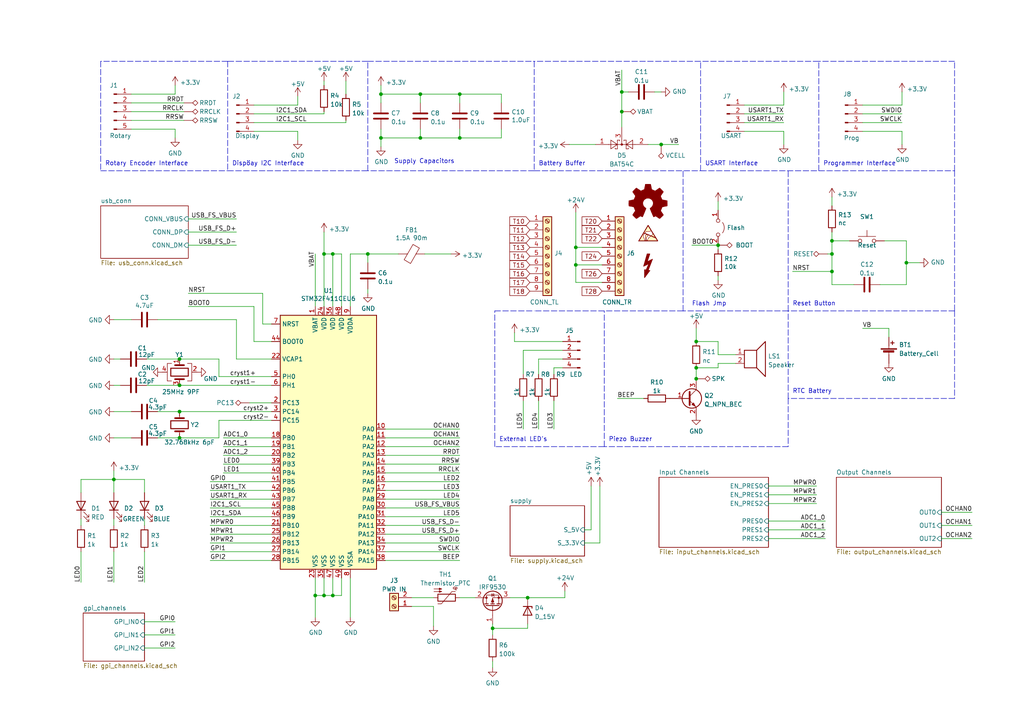
<source format=kicad_sch>
(kicad_sch (version 20211123) (generator eeschema)

  (uuid 949f679f-c6a9-4c5c-99c7-644ace536315)

  (paper "A4")

  (title_block
    (title "FloatPUMP Schematics")
    (date "2022-11-11")
    (rev "1.0")
    (company "robtor.de")
    (comment 1 "Controller board for up to 3 water pumps")
    (comment 2 "measuring capabilities with piezoresistive pressure sensors")
    (comment 3 "sensor input Range 4mA-20mA")
  )

  

  (junction (at 167.005 71.755) (diameter 0) (color 0 0 0 0)
    (uuid 020dcd38-f3e8-4a78-9f2b-9aea876e1d15)
  )
  (junction (at 91.44 172.72) (diameter 0) (color 0 0 0 0)
    (uuid 0c1b88cb-a078-4181-b19e-b5625c47d08a)
  )
  (junction (at 153.035 173.355) (diameter 0) (color 0 0 0 0)
    (uuid 1352fb65-da20-4a42-aad4-f9d19e5b5394)
  )
  (junction (at 96.52 73.66) (diameter 0) (color 0 0 0 0)
    (uuid 1b60fcfc-a270-4122-b967-c7c9c4b63403)
  )
  (junction (at 191.77 41.91) (diameter 0) (color 0 0 0 0)
    (uuid 1c5a68ea-fed7-43b9-a37a-435ca33d5ec4)
  )
  (junction (at 142.875 182.245) (diameter 0) (color 0 0 0 0)
    (uuid 1f2e7c06-7bbc-415a-aa2f-629ef66fd57a)
  )
  (junction (at 133.35 27.305) (diameter 0) (color 0 0 0 0)
    (uuid 2753d945-ace6-4480-9faf-9137856303ea)
  )
  (junction (at 167.005 76.835) (diameter 0) (color 0 0 0 0)
    (uuid 34e94350-deae-435e-bb69-b2d2a91754ce)
  )
  (junction (at 121.92 40.005) (diameter 0) (color 0 0 0 0)
    (uuid 39d0e9d0-a702-4c04-bc3c-653ef4f0c50e)
  )
  (junction (at 241.3 73.66) (diameter 0) (color 0 0 0 0)
    (uuid 4cd454dd-343a-4999-b869-a7127a4d9978)
  )
  (junction (at 121.92 27.305) (diameter 0) (color 0 0 0 0)
    (uuid 4f94cfba-8412-4c60-a31b-e6d995934dc1)
  )
  (junction (at 96.52 172.72) (diameter 0) (color 0 0 0 0)
    (uuid 5793e5cf-aaeb-41cc-8318-bb2419c1b81f)
  )
  (junction (at 52.07 127) (diameter 0) (color 0 0 0 0)
    (uuid 5a70c532-5383-43bb-b441-21ca36bd2484)
  )
  (junction (at 110.49 40.005) (diameter 0) (color 0 0 0 0)
    (uuid 6f88fca4-4670-437c-9fd1-4ebd76593daa)
  )
  (junction (at 241.3 78.74) (diameter 0) (color 0 0 0 0)
    (uuid 70750f1a-6a6e-4571-87e8-e96d7814c66f)
  )
  (junction (at 201.93 109.855) (diameter 0) (color 0 0 0 0)
    (uuid 9036384e-eee5-4451-b7e7-87842d0d6fca)
  )
  (junction (at 262.89 76.2) (diameter 0) (color 0 0 0 0)
    (uuid 92a2589f-ae05-42af-aab0-9bfaaa2a73f1)
  )
  (junction (at 133.35 40.005) (diameter 0) (color 0 0 0 0)
    (uuid 9569d29f-17d3-40a7-b073-1b7eb9687b43)
  )
  (junction (at 52.07 104.14) (diameter 0) (color 0 0 0 0)
    (uuid 97bd1d07-8f04-442c-80ac-c95cf3f51efe)
  )
  (junction (at 52.07 119.38) (diameter 0) (color 0 0 0 0)
    (uuid a0900619-a580-41eb-9fbb-5149e9a28aef)
  )
  (junction (at 33.02 139.065) (diameter 0) (color 0 0 0 0)
    (uuid a4b63938-0a30-421e-a83e-07ee3a44f405)
  )
  (junction (at 52.07 111.76) (diameter 0) (color 0 0 0 0)
    (uuid a70dc485-cc49-4e1f-b1ec-eb9c56462344)
  )
  (junction (at 180.34 26.67) (diameter 0) (color 0 0 0 0)
    (uuid bf64b8d9-04f8-4bac-906b-3f89e12e5d32)
  )
  (junction (at 201.93 106.68) (diameter 0) (color 0 0 0 0)
    (uuid d85d001d-db06-423e-99e2-d2c9676bf6eb)
  )
  (junction (at 106.68 73.66) (diameter 0) (color 0 0 0 0)
    (uuid dbb72415-af02-4b41-adad-978e86e84f5e)
  )
  (junction (at 208.28 71.12) (diameter 0) (color 0 0 0 0)
    (uuid dc71b394-38ca-4c3c-a2a5-7ef7a670c49b)
  )
  (junction (at 110.49 27.305) (diameter 0) (color 0 0 0 0)
    (uuid dee204e1-3149-4bb4-b821-dbc11df06a18)
  )
  (junction (at 93.98 73.66) (diameter 0) (color 0 0 0 0)
    (uuid ebee7b2d-9f75-4529-9377-97f671d1e3dc)
  )
  (junction (at 201.93 99.06) (diameter 0) (color 0 0 0 0)
    (uuid ec8c2ca1-97d3-4d7c-af64-6cbbbe597d8b)
  )
  (junction (at 93.98 172.72) (diameter 0) (color 0 0 0 0)
    (uuid ed19ccea-cfd8-433f-8938-ca1dd302430c)
  )
  (junction (at 180.34 32.385) (diameter 0) (color 0 0 0 0)
    (uuid f486435c-c972-42e4-8219-35ab13b3a285)
  )
  (junction (at 241.3 69.85) (diameter 0) (color 0 0 0 0)
    (uuid f93f0caf-de38-451e-8ca0-f8175bc6663c)
  )

  (wire (pts (xy 64.77 129.54) (xy 78.74 129.54))
    (stroke (width 0) (type default) (color 0 0 0 0))
    (uuid 011b2a2a-a574-42b5-999f-7ed9d9776a43)
  )
  (polyline (pts (xy 175.26 129.54) (xy 175.26 90.17))
    (stroke (width 0) (type default) (color 0 0 0 0))
    (uuid 01d42531-06ff-458e-91d1-5b96d3f8b385)
  )

  (wire (pts (xy 182.245 26.67) (xy 180.34 26.67))
    (stroke (width 0) (type default) (color 0 0 0 0))
    (uuid 0228648f-fd85-4f7f-9204-53610241d2b9)
  )
  (wire (pts (xy 38.1 119.38) (xy 33.02 119.38))
    (stroke (width 0) (type default) (color 0 0 0 0))
    (uuid 036a7d28-05ab-4651-ba1c-47fa1d863421)
  )
  (wire (pts (xy 73.66 99.06) (xy 73.66 88.9))
    (stroke (width 0) (type default) (color 0 0 0 0))
    (uuid 03a5e9df-cec7-4991-b6d5-c82d388e8d2e)
  )
  (wire (pts (xy 255.27 82.55) (xy 262.89 82.55))
    (stroke (width 0) (type default) (color 0 0 0 0))
    (uuid 062011a8-2b6e-42bc-aa5b-790abf63d348)
  )
  (wire (pts (xy 99.06 73.66) (xy 96.52 73.66))
    (stroke (width 0) (type default) (color 0 0 0 0))
    (uuid 06a42763-2f97-4419-84a6-ef6ea2a60fb4)
  )
  (wire (pts (xy 125.73 175.895) (xy 125.73 181.61))
    (stroke (width 0) (type default) (color 0 0 0 0))
    (uuid 07bc83a8-62a6-4bc6-a183-17b07f743dc3)
  )
  (wire (pts (xy 121.92 27.305) (xy 121.92 29.845))
    (stroke (width 0) (type default) (color 0 0 0 0))
    (uuid 08d4cfaf-b332-40f7-973c-66684e7a54a3)
  )
  (wire (pts (xy 110.49 27.305) (xy 110.49 29.845))
    (stroke (width 0) (type default) (color 0 0 0 0))
    (uuid 0a637dc5-5627-4329-935c-c4f041de6385)
  )
  (wire (pts (xy 93.98 33.02) (xy 93.98 32.385))
    (stroke (width 0) (type default) (color 0 0 0 0))
    (uuid 0bd2a9c0-96d6-44df-80fd-f97264a8b783)
  )
  (wire (pts (xy 52.07 104.14) (xy 42.545 104.14))
    (stroke (width 0) (type default) (color 0 0 0 0))
    (uuid 0c6fff14-bb97-4dc3-9f20-62bec77994c6)
  )
  (wire (pts (xy 78.74 119.38) (xy 52.07 119.38))
    (stroke (width 0) (type default) (color 0 0 0 0))
    (uuid 0e162795-22a7-4501-b03f-b283bb5650d9)
  )
  (wire (pts (xy 201.93 109.855) (xy 201.93 110.49))
    (stroke (width 0) (type default) (color 0 0 0 0))
    (uuid 0f47fb04-026a-4afa-9bfe-15f03def5d6b)
  )
  (wire (pts (xy 149.225 99.06) (xy 163.195 99.06))
    (stroke (width 0) (type default) (color 0 0 0 0))
    (uuid 126099d8-8b2d-4e87-990f-1fb99894d4b1)
  )
  (polyline (pts (xy 106.68 49.53) (xy 106.68 17.78))
    (stroke (width 0) (type default) (color 0 0 0 0))
    (uuid 14d3863a-1c03-4d48-a032-61ae3a0ad5c1)
  )

  (wire (pts (xy 78.74 132.08) (xy 64.77 132.08))
    (stroke (width 0) (type default) (color 0 0 0 0))
    (uuid 152be6bd-f8d6-47e9-9b6b-09485d01579b)
  )
  (wire (pts (xy 93.98 172.72) (xy 91.44 172.72))
    (stroke (width 0) (type default) (color 0 0 0 0))
    (uuid 16e9575c-a847-468f-810e-95497dadeb97)
  )
  (polyline (pts (xy 228.6 115.57) (xy 228.6 129.54))
    (stroke (width 0) (type default) (color 0 0 0 0))
    (uuid 17487b2e-2390-4106-a427-c6c54336dd3f)
  )
  (polyline (pts (xy 228.6 90.17) (xy 198.12 90.17))
    (stroke (width 0) (type default) (color 0 0 0 0))
    (uuid 191311d6-5bf7-47a9-ae1e-6b521cf3ea32)
  )

  (wire (pts (xy 60.96 149.86) (xy 78.74 149.86))
    (stroke (width 0) (type default) (color 0 0 0 0))
    (uuid 196b514b-b3f6-4344-904e-bca015040e93)
  )
  (wire (pts (xy 106.68 83.82) (xy 106.68 85.09))
    (stroke (width 0) (type default) (color 0 0 0 0))
    (uuid 1a8290e9-c445-4b51-b8b0-45fcbf671219)
  )
  (wire (pts (xy 41.91 142.875) (xy 41.91 139.065))
    (stroke (width 0) (type default) (color 0 0 0 0))
    (uuid 1ad7936f-a45d-43a3-8729-3f6ad34b3bbe)
  )
  (wire (pts (xy 208.28 80.01) (xy 208.28 81.28))
    (stroke (width 0) (type default) (color 0 0 0 0))
    (uuid 1b373a0f-a405-4f7c-be0d-0a515d48b205)
  )
  (wire (pts (xy 119.38 175.895) (xy 125.73 175.895))
    (stroke (width 0) (type default) (color 0 0 0 0))
    (uuid 1bd8d612-e272-4d35-ba59-ea5675b3dee2)
  )
  (wire (pts (xy 167.005 61.595) (xy 167.005 71.755))
    (stroke (width 0) (type default) (color 0 0 0 0))
    (uuid 1c31a8c1-e3ee-409a-b75b-be2b8e53a0b7)
  )
  (wire (pts (xy 111.76 127) (xy 133.35 127))
    (stroke (width 0) (type default) (color 0 0 0 0))
    (uuid 1dc46e87-a953-4f20-a4d4-4ecede78d2eb)
  )
  (wire (pts (xy 111.76 157.48) (xy 133.35 157.48))
    (stroke (width 0) (type default) (color 0 0 0 0))
    (uuid 1dd42d41-b809-42ae-b6a5-91ce0f5409f7)
  )
  (wire (pts (xy 100.33 23.495) (xy 100.33 27.305))
    (stroke (width 0) (type default) (color 0 0 0 0))
    (uuid 1e65348d-0394-491b-9696-4c8b7499f309)
  )
  (wire (pts (xy 215.9 35.56) (xy 227.33 35.56))
    (stroke (width 0) (type default) (color 0 0 0 0))
    (uuid 1f4d482a-d80d-48b4-a443-e0ca391c4f86)
  )
  (wire (pts (xy 241.3 69.85) (xy 241.3 73.66))
    (stroke (width 0) (type default) (color 0 0 0 0))
    (uuid 22a0b2d5-d975-4c12-bf03-7470074fed54)
  )
  (wire (pts (xy 96.52 167.64) (xy 96.52 172.72))
    (stroke (width 0) (type default) (color 0 0 0 0))
    (uuid 22f22dbe-16ed-4088-a875-5700f66d16da)
  )
  (wire (pts (xy 241.3 78.74) (xy 229.87 78.74))
    (stroke (width 0) (type default) (color 0 0 0 0))
    (uuid 2400f930-cf6d-41a8-baef-3048725f3a5b)
  )
  (wire (pts (xy 208.28 99.06) (xy 208.28 102.87))
    (stroke (width 0) (type default) (color 0 0 0 0))
    (uuid 268b38a4-5791-4865-b036-a0203f8e626d)
  )
  (wire (pts (xy 163.195 101.6) (xy 151.765 101.6))
    (stroke (width 0) (type default) (color 0 0 0 0))
    (uuid 27394eba-9cc1-4464-8a20-cc6a5fec851e)
  )
  (wire (pts (xy 133.35 40.005) (xy 145.415 40.005))
    (stroke (width 0) (type default) (color 0 0 0 0))
    (uuid 29120252-d73c-4a5c-b87f-011abc045fcf)
  )
  (wire (pts (xy 38.1 27.305) (xy 50.8 27.305))
    (stroke (width 0) (type default) (color 0 0 0 0))
    (uuid 2a745fcb-09cd-409b-a911-81fd22f368af)
  )
  (wire (pts (xy 41.91 187.96) (xy 50.8 187.96))
    (stroke (width 0) (type default) (color 0 0 0 0))
    (uuid 2abcf069-19de-44b8-a6b8-4d5ee2f7d656)
  )
  (wire (pts (xy 111.76 160.02) (xy 133.35 160.02))
    (stroke (width 0) (type default) (color 0 0 0 0))
    (uuid 2e15e8aa-7905-4170-bb81-958c9c2c74db)
  )
  (wire (pts (xy 52.07 111.76) (xy 42.545 111.76))
    (stroke (width 0) (type default) (color 0 0 0 0))
    (uuid 2e2ea9dc-2e78-48b2-a918-779655a2f4bb)
  )
  (wire (pts (xy 111.76 147.32) (xy 133.35 147.32))
    (stroke (width 0) (type default) (color 0 0 0 0))
    (uuid 2e4f3627-f43e-4331-8ab0-f5d657fd4ada)
  )
  (polyline (pts (xy 66.04 17.78) (xy 29.21 17.78))
    (stroke (width 0) (type default) (color 0 0 0 0))
    (uuid 2e6a35eb-6636-4c39-9b2b-0859e1c94ec8)
  )

  (wire (pts (xy 153.035 180.975) (xy 153.035 182.245))
    (stroke (width 0) (type default) (color 0 0 0 0))
    (uuid 2f2e35f4-29a5-4538-bc86-29219fef50b1)
  )
  (polyline (pts (xy 66.04 49.53) (xy 106.68 49.53))
    (stroke (width 0) (type default) (color 0 0 0 0))
    (uuid 3010d011-eabc-4cec-b667-b7b1111e3ea0)
  )

  (wire (pts (xy 250.19 33.02) (xy 261.62 33.02))
    (stroke (width 0) (type default) (color 0 0 0 0))
    (uuid 30260a6a-a0b0-4b42-95c3-26be610ecc3e)
  )
  (wire (pts (xy 156.21 116.205) (xy 156.21 124.46))
    (stroke (width 0) (type default) (color 0 0 0 0))
    (uuid 303ae7a7-4a06-4b35-a5ee-99b6d0ccce36)
  )
  (wire (pts (xy 33.02 111.76) (xy 34.925 111.76))
    (stroke (width 0) (type default) (color 0 0 0 0))
    (uuid 30c2d75b-0aa4-4c8b-abd3-15a8940150c1)
  )
  (wire (pts (xy 23.495 142.875) (xy 23.495 139.065))
    (stroke (width 0) (type default) (color 0 0 0 0))
    (uuid 30c6d872-e47d-4ced-8e4c-2dd7b663d734)
  )
  (wire (pts (xy 133.35 27.305) (xy 121.92 27.305))
    (stroke (width 0) (type default) (color 0 0 0 0))
    (uuid 31ddafb9-61de-4674-b559-9e8bd04c8807)
  )
  (wire (pts (xy 171.45 140.97) (xy 171.45 153.67))
    (stroke (width 0) (type default) (color 0 0 0 0))
    (uuid 32552d8d-ef82-40d3-aa95-d5b169fab07e)
  )
  (wire (pts (xy 201.93 99.06) (xy 208.28 99.06))
    (stroke (width 0) (type default) (color 0 0 0 0))
    (uuid 32a972fc-0c88-44e2-804d-656cd9a1d817)
  )
  (polyline (pts (xy 154.94 49.53) (xy 106.68 49.53))
    (stroke (width 0) (type default) (color 0 0 0 0))
    (uuid 32b4cc52-0f7d-4657-a812-f0ec32bb962f)
  )

  (wire (pts (xy 133.35 37.465) (xy 133.35 40.005))
    (stroke (width 0) (type default) (color 0 0 0 0))
    (uuid 339df927-10f1-44cb-aa5f-82bfd46240c7)
  )
  (wire (pts (xy 78.74 144.78) (xy 60.96 144.78))
    (stroke (width 0) (type default) (color 0 0 0 0))
    (uuid 35e191e7-0681-4caa-ab56-bca67244817b)
  )
  (polyline (pts (xy 143.51 90.17) (xy 154.94 90.17))
    (stroke (width 0) (type default) (color 0 0 0 0))
    (uuid 361b2945-3ddb-479e-87ba-da3a8981f58f)
  )

  (wire (pts (xy 142.875 180.975) (xy 142.875 182.245))
    (stroke (width 0) (type default) (color 0 0 0 0))
    (uuid 36d79d45-65d5-41e5-8d80-43f14f1c4944)
  )
  (wire (pts (xy 78.74 139.7) (xy 60.96 139.7))
    (stroke (width 0) (type default) (color 0 0 0 0))
    (uuid 375fb2af-999a-47fb-b314-c5ed0dda8fca)
  )
  (wire (pts (xy 123.19 73.66) (xy 130.81 73.66))
    (stroke (width 0) (type default) (color 0 0 0 0))
    (uuid 398e575e-ffcc-47d3-99bb-d2398359704a)
  )
  (wire (pts (xy 160.655 106.68) (xy 160.655 108.585))
    (stroke (width 0) (type default) (color 0 0 0 0))
    (uuid 3a1fc013-e799-4688-ae20-2bbf502da68b)
  )
  (wire (pts (xy 250.19 30.48) (xy 261.62 30.48))
    (stroke (width 0) (type default) (color 0 0 0 0))
    (uuid 3a77ad2c-5616-4b44-93df-e454912b8b77)
  )
  (wire (pts (xy 111.76 124.46) (xy 133.35 124.46))
    (stroke (width 0) (type default) (color 0 0 0 0))
    (uuid 3bb1b200-9bd3-4ca2-a3fe-ceac65ba2f22)
  )
  (wire (pts (xy 167.005 76.835) (xy 174.625 76.835))
    (stroke (width 0) (type default) (color 0 0 0 0))
    (uuid 3bf68d6c-3f0d-4de6-aabd-9f1649a44e6c)
  )
  (wire (pts (xy 151.765 116.205) (xy 151.765 124.46))
    (stroke (width 0) (type default) (color 0 0 0 0))
    (uuid 3c68ad2c-9010-4ef7-bedd-f009382cb08f)
  )
  (wire (pts (xy 250.19 95.25) (xy 257.81 95.25))
    (stroke (width 0) (type default) (color 0 0 0 0))
    (uuid 3eff4e29-2225-4c7e-8279-6d6efa2d67e4)
  )
  (wire (pts (xy 247.65 82.55) (xy 241.3 82.55))
    (stroke (width 0) (type default) (color 0 0 0 0))
    (uuid 3f407738-52f9-487e-96ff-574567b43890)
  )
  (wire (pts (xy 45.72 92.71) (xy 68.58 92.71))
    (stroke (width 0) (type default) (color 0 0 0 0))
    (uuid 400b7b23-e399-48ba-af02-3f8bdfca3c55)
  )
  (wire (pts (xy 111.76 129.54) (xy 133.35 129.54))
    (stroke (width 0) (type default) (color 0 0 0 0))
    (uuid 4015be1a-c6e1-42db-af6f-c161f489ea1f)
  )
  (wire (pts (xy 33.02 160.02) (xy 33.02 168.91))
    (stroke (width 0) (type default) (color 0 0 0 0))
    (uuid 4118162d-0e05-4908-9a1f-c7016575bccb)
  )
  (polyline (pts (xy 29.21 17.78) (xy 29.21 49.53))
    (stroke (width 0) (type default) (color 0 0 0 0))
    (uuid 41b6e1ba-5c99-4fd7-9c65-c4fb07c70188)
  )

  (wire (pts (xy 191.77 41.91) (xy 196.85 41.91))
    (stroke (width 0) (type default) (color 0 0 0 0))
    (uuid 424267dd-6303-4018-aae0-34d62814fcba)
  )
  (wire (pts (xy 99.06 167.64) (xy 99.06 172.72))
    (stroke (width 0) (type default) (color 0 0 0 0))
    (uuid 424d7750-ddcd-4f41-93ea-a6761834f91c)
  )
  (wire (pts (xy 222.885 140.97) (xy 236.855 140.97))
    (stroke (width 0) (type default) (color 0 0 0 0))
    (uuid 438c390e-2817-4262-9bb8-264a62f66854)
  )
  (wire (pts (xy 111.76 137.16) (xy 133.35 137.16))
    (stroke (width 0) (type default) (color 0 0 0 0))
    (uuid 4390a55c-a8f9-4caf-a838-233bb3ce27aa)
  )
  (wire (pts (xy 241.3 73.66) (xy 241.3 78.74))
    (stroke (width 0) (type default) (color 0 0 0 0))
    (uuid 43951137-b2ae-4c0a-b786-c0130baa43cf)
  )
  (wire (pts (xy 68.58 104.14) (xy 78.74 104.14))
    (stroke (width 0) (type default) (color 0 0 0 0))
    (uuid 43c49596-4b82-4ee2-b1be-2aafb6486920)
  )
  (wire (pts (xy 96.52 88.9) (xy 96.52 73.66))
    (stroke (width 0) (type default) (color 0 0 0 0))
    (uuid 4444fd17-a409-4254-92e6-9a69f5880d89)
  )
  (wire (pts (xy 180.34 26.67) (xy 180.34 20.32))
    (stroke (width 0) (type default) (color 0 0 0 0))
    (uuid 44ca684d-985e-45fb-a22b-01e29383cba4)
  )
  (wire (pts (xy 273.05 152.4) (xy 281.94 152.4))
    (stroke (width 0) (type default) (color 0 0 0 0))
    (uuid 44f02c76-ffc0-47e0-9779-2d79a58ff9cf)
  )
  (wire (pts (xy 208.28 58.42) (xy 208.28 60.96))
    (stroke (width 0) (type default) (color 0 0 0 0))
    (uuid 45f77cbe-76c9-4770-945d-6ce9f436791e)
  )
  (polyline (pts (xy 276.86 49.53) (xy 276.86 17.78))
    (stroke (width 0) (type default) (color 0 0 0 0))
    (uuid 4738ad5c-de7a-450c-a864-83a693566efb)
  )
  (polyline (pts (xy 154.94 49.53) (xy 203.2 49.53))
    (stroke (width 0) (type default) (color 0 0 0 0))
    (uuid 4cf2a8ea-f147-45e1-b905-8e01e3488a54)
  )

  (wire (pts (xy 52.07 119.38) (xy 45.72 119.38))
    (stroke (width 0) (type default) (color 0 0 0 0))
    (uuid 4d42688d-59c9-41ed-af68-2d906566e68c)
  )
  (wire (pts (xy 23.495 160.02) (xy 23.495 168.91))
    (stroke (width 0) (type default) (color 0 0 0 0))
    (uuid 4d4de7d2-6a8b-425f-a4ad-2111507b5618)
  )
  (wire (pts (xy 208.28 71.12) (xy 200.66 71.12))
    (stroke (width 0) (type default) (color 0 0 0 0))
    (uuid 4d79ec2b-2fc9-4ba1-b93a-d630912470a0)
  )
  (wire (pts (xy 34.925 104.14) (xy 33.02 104.14))
    (stroke (width 0) (type default) (color 0 0 0 0))
    (uuid 4e0ac502-331a-4340-82b9-dd8d8cee49d0)
  )
  (wire (pts (xy 147.955 173.355) (xy 153.035 173.355))
    (stroke (width 0) (type default) (color 0 0 0 0))
    (uuid 4f950d83-d276-400c-9197-f6b37b6bcb04)
  )
  (wire (pts (xy 227.33 38.1) (xy 227.33 41.91))
    (stroke (width 0) (type default) (color 0 0 0 0))
    (uuid 4fddd78f-1b0d-4365-b740-2df7595c3522)
  )
  (wire (pts (xy 156.21 104.14) (xy 156.21 108.585))
    (stroke (width 0) (type default) (color 0 0 0 0))
    (uuid 505d5465-5d3c-4c20-a903-bb9f0614c27d)
  )
  (wire (pts (xy 111.76 142.24) (xy 133.35 142.24))
    (stroke (width 0) (type default) (color 0 0 0 0))
    (uuid 507dbcec-13ef-491c-9e13-750ae5d08786)
  )
  (polyline (pts (xy 175.26 129.54) (xy 143.51 129.54))
    (stroke (width 0) (type default) (color 0 0 0 0))
    (uuid 51bbc616-36a1-464c-9200-0d0c8edfe960)
  )

  (wire (pts (xy 64.77 137.16) (xy 78.74 137.16))
    (stroke (width 0) (type default) (color 0 0 0 0))
    (uuid 51d162f7-2e8a-4bc7-88c1-e6c065d4b161)
  )
  (polyline (pts (xy 106.68 17.78) (xy 154.94 17.78))
    (stroke (width 0) (type default) (color 0 0 0 0))
    (uuid 55438888-edf4-4cf0-83da-f060d3938df2)
  )

  (wire (pts (xy 262.89 69.85) (xy 262.89 76.2))
    (stroke (width 0) (type default) (color 0 0 0 0))
    (uuid 55587dc1-052d-440c-a761-29091bbb6f2b)
  )
  (wire (pts (xy 163.195 106.68) (xy 160.655 106.68))
    (stroke (width 0) (type default) (color 0 0 0 0))
    (uuid 56073852-e094-44c0-abb8-63498ed962c1)
  )
  (wire (pts (xy 222.885 151.13) (xy 239.395 151.13))
    (stroke (width 0) (type default) (color 0 0 0 0))
    (uuid 5651f317-a2b7-4f02-bafd-3ed49b106af9)
  )
  (wire (pts (xy 111.76 134.62) (xy 133.35 134.62))
    (stroke (width 0) (type default) (color 0 0 0 0))
    (uuid 5675cbe2-6193-4193-a086-51fe846aeda2)
  )
  (wire (pts (xy 145.415 37.465) (xy 145.415 40.005))
    (stroke (width 0) (type default) (color 0 0 0 0))
    (uuid 57dab67d-73b5-4fcb-901b-a69051e35364)
  )
  (wire (pts (xy 76.2 93.98) (xy 76.2 85.09))
    (stroke (width 0) (type default) (color 0 0 0 0))
    (uuid 57fd891c-135f-4c54-af0d-9ea73edf736e)
  )
  (wire (pts (xy 227.33 30.48) (xy 227.33 26.67))
    (stroke (width 0) (type default) (color 0 0 0 0))
    (uuid 58170f19-2867-4e92-aef8-b013ab60ff8b)
  )
  (wire (pts (xy 241.3 57.15) (xy 241.3 59.69))
    (stroke (width 0) (type default) (color 0 0 0 0))
    (uuid 58a18d69-fc34-46c3-b57c-2e4d5b6313a2)
  )
  (wire (pts (xy 151.765 101.6) (xy 151.765 108.585))
    (stroke (width 0) (type default) (color 0 0 0 0))
    (uuid 5ab5fc39-d119-4939-b187-6241bdd9350c)
  )
  (polyline (pts (xy 106.68 17.78) (xy 66.04 17.78))
    (stroke (width 0) (type default) (color 0 0 0 0))
    (uuid 5be033f5-9678-4b75-be3b-55853d81c4f8)
  )

  (wire (pts (xy 121.92 27.305) (xy 110.49 27.305))
    (stroke (width 0) (type default) (color 0 0 0 0))
    (uuid 5c2af2de-18cd-439f-b9b8-856093f4e3ac)
  )
  (wire (pts (xy 153.035 182.245) (xy 142.875 182.245))
    (stroke (width 0) (type default) (color 0 0 0 0))
    (uuid 5cb3a061-bf6b-4a2e-855d-a4d7dd6be83b)
  )
  (wire (pts (xy 241.3 78.74) (xy 241.3 82.55))
    (stroke (width 0) (type default) (color 0 0 0 0))
    (uuid 5d9a5990-dcf8-486e-bfb6-30d6c0b34192)
  )
  (wire (pts (xy 63.5 104.14) (xy 52.07 104.14))
    (stroke (width 0) (type default) (color 0 0 0 0))
    (uuid 5e1d9c1f-58d3-41cd-9eb4-fb2ae3a4b10c)
  )
  (wire (pts (xy 215.9 30.48) (xy 227.33 30.48))
    (stroke (width 0) (type default) (color 0 0 0 0))
    (uuid 5e2838cc-acd7-4c51-bc18-f5f97bf524d9)
  )
  (polyline (pts (xy 29.21 49.53) (xy 66.04 49.53))
    (stroke (width 0) (type default) (color 0 0 0 0))
    (uuid 5fe5e54d-1eb6-4f0a-a978-61e0039cfbf1)
  )

  (wire (pts (xy 63.5 109.22) (xy 63.5 104.14))
    (stroke (width 0) (type default) (color 0 0 0 0))
    (uuid 613967c9-6a2a-45ae-bf78-98e4612f5d55)
  )
  (wire (pts (xy 240.03 73.66) (xy 241.3 73.66))
    (stroke (width 0) (type default) (color 0 0 0 0))
    (uuid 6142ef34-97be-4c90-9ca7-e387753b518a)
  )
  (wire (pts (xy 101.6 88.9) (xy 101.6 73.66))
    (stroke (width 0) (type default) (color 0 0 0 0))
    (uuid 618c3501-0e3a-49e5-8b16-1ffee4adee40)
  )
  (wire (pts (xy 222.885 156.21) (xy 239.395 156.21))
    (stroke (width 0) (type default) (color 0 0 0 0))
    (uuid 62b8cb17-877a-45b0-821a-c147661d06ec)
  )
  (wire (pts (xy 241.3 69.85) (xy 246.38 69.85))
    (stroke (width 0) (type default) (color 0 0 0 0))
    (uuid 62d616c4-a645-4785-83f4-e7b9176541bd)
  )
  (wire (pts (xy 262.89 76.2) (xy 266.7 76.2))
    (stroke (width 0) (type default) (color 0 0 0 0))
    (uuid 63c78302-c24d-424c-9283-52ae93200987)
  )
  (wire (pts (xy 63.5 121.92) (xy 63.5 127))
    (stroke (width 0) (type default) (color 0 0 0 0))
    (uuid 65a211f6-d005-41c5-aeb4-31d7e06acfc2)
  )
  (wire (pts (xy 64.77 134.62) (xy 78.74 134.62))
    (stroke (width 0) (type default) (color 0 0 0 0))
    (uuid 68877676-f185-4ce5-994a-3e7cd8c4b619)
  )
  (wire (pts (xy 111.76 152.4) (xy 133.35 152.4))
    (stroke (width 0) (type default) (color 0 0 0 0))
    (uuid 69502565-c8b7-43eb-99e0-3580594b1098)
  )
  (wire (pts (xy 201.93 106.68) (xy 201.93 109.855))
    (stroke (width 0) (type default) (color 0 0 0 0))
    (uuid 69ab2ff6-8d0a-4e41-8e1a-1caf0870f3b7)
  )
  (wire (pts (xy 201.93 95.25) (xy 201.93 99.06))
    (stroke (width 0) (type default) (color 0 0 0 0))
    (uuid 6c7d8008-17da-4be5-b57e-dfb877a7ef32)
  )
  (wire (pts (xy 121.92 37.465) (xy 121.92 40.005))
    (stroke (width 0) (type default) (color 0 0 0 0))
    (uuid 6ce9cb44-7b50-4bf3-98c7-6ca59e7305b2)
  )
  (wire (pts (xy 145.415 29.845) (xy 145.415 27.305))
    (stroke (width 0) (type default) (color 0 0 0 0))
    (uuid 6dd36aa5-6a60-4752-8a21-1772effb9f07)
  )
  (wire (pts (xy 167.005 71.755) (xy 174.625 71.755))
    (stroke (width 0) (type default) (color 0 0 0 0))
    (uuid 6e68d57d-1e50-4170-95cd-df0718dd1899)
  )
  (polyline (pts (xy 276.86 17.78) (xy 237.49 17.78))
    (stroke (width 0) (type default) (color 0 0 0 0))
    (uuid 6fd2b7a8-9e41-4aa1-88b4-f9ee307d1b4b)
  )

  (wire (pts (xy 78.74 111.76) (xy 52.07 111.76))
    (stroke (width 0) (type default) (color 0 0 0 0))
    (uuid 715db6a8-aaa0-46b4-addd-972ee71b75dc)
  )
  (wire (pts (xy 110.49 37.465) (xy 110.49 40.005))
    (stroke (width 0) (type default) (color 0 0 0 0))
    (uuid 71b00c47-caef-48f6-91be-7f1855a1e2c0)
  )
  (wire (pts (xy 111.76 132.08) (xy 133.35 132.08))
    (stroke (width 0) (type default) (color 0 0 0 0))
    (uuid 72cc00e4-7e53-46d8-858f-e435f5b37f05)
  )
  (wire (pts (xy 201.93 106.68) (xy 208.28 106.68))
    (stroke (width 0) (type default) (color 0 0 0 0))
    (uuid 743fef08-4881-4afb-adde-ee5bd2198117)
  )
  (wire (pts (xy 241.3 67.31) (xy 241.3 69.85))
    (stroke (width 0) (type default) (color 0 0 0 0))
    (uuid 748c549b-7c57-462b-9f39-c28eb0045225)
  )
  (wire (pts (xy 215.9 38.1) (xy 227.33 38.1))
    (stroke (width 0) (type default) (color 0 0 0 0))
    (uuid 74d4a3c7-cc41-4e0e-b616-9fc3c358b2ae)
  )
  (wire (pts (xy 121.92 40.005) (xy 110.49 40.005))
    (stroke (width 0) (type default) (color 0 0 0 0))
    (uuid 752a7bdc-59a7-4a9e-ae9b-a35465dc8e0c)
  )
  (wire (pts (xy 93.98 88.9) (xy 93.98 73.66))
    (stroke (width 0) (type default) (color 0 0 0 0))
    (uuid 75594c3c-e55b-4454-809c-0a72aa43af83)
  )
  (wire (pts (xy 222.885 153.67) (xy 239.395 153.67))
    (stroke (width 0) (type default) (color 0 0 0 0))
    (uuid 769aead0-25d0-4594-84cb-d6b74ceb8cd8)
  )
  (wire (pts (xy 23.495 139.065) (xy 33.02 139.065))
    (stroke (width 0) (type default) (color 0 0 0 0))
    (uuid 78ce4bcf-16dc-4d77-99b5-ce1b3e6d1d63)
  )
  (wire (pts (xy 261.62 30.48) (xy 261.62 26.67))
    (stroke (width 0) (type default) (color 0 0 0 0))
    (uuid 78f1b9a8-ca0e-4e8c-91b8-a46bcfebec64)
  )
  (wire (pts (xy 167.005 71.755) (xy 167.005 76.835))
    (stroke (width 0) (type default) (color 0 0 0 0))
    (uuid 7a5b5fc8-5a47-4860-a97b-3135d1597dc6)
  )
  (wire (pts (xy 169.545 153.67) (xy 171.45 153.67))
    (stroke (width 0) (type default) (color 0 0 0 0))
    (uuid 7c1300bc-e1a7-4d72-bfe2-bffc21d5f5e3)
  )
  (wire (pts (xy 73.66 88.9) (xy 54.61 88.9))
    (stroke (width 0) (type default) (color 0 0 0 0))
    (uuid 7c20a18a-318c-4e79-afcf-a3e87eb69a53)
  )
  (wire (pts (xy 153.035 173.355) (xy 163.83 173.355))
    (stroke (width 0) (type default) (color 0 0 0 0))
    (uuid 7c60ca1a-91e0-4fe6-a048-42e3f6f265ec)
  )
  (wire (pts (xy 99.06 172.72) (xy 96.52 172.72))
    (stroke (width 0) (type default) (color 0 0 0 0))
    (uuid 7ee436ac-423d-4d29-90ad-39fdc300fae0)
  )
  (wire (pts (xy 68.58 92.71) (xy 68.58 104.14))
    (stroke (width 0) (type default) (color 0 0 0 0))
    (uuid 837370a5-1290-49d7-96e4-d4c2412ac873)
  )
  (wire (pts (xy 96.52 172.72) (xy 93.98 172.72))
    (stroke (width 0) (type default) (color 0 0 0 0))
    (uuid 84a2320f-8ad9-4501-8628-7ca6e418f956)
  )
  (wire (pts (xy 179.07 115.57) (xy 186.69 115.57))
    (stroke (width 0) (type default) (color 0 0 0 0))
    (uuid 87cf9f49-2322-4621-91eb-11035c4cedf8)
  )
  (wire (pts (xy 72.39 116.84) (xy 78.74 116.84))
    (stroke (width 0) (type default) (color 0 0 0 0))
    (uuid 88123869-4c37-45f5-b8c1-72149ea8f4ba)
  )
  (wire (pts (xy 133.35 40.005) (xy 121.92 40.005))
    (stroke (width 0) (type default) (color 0 0 0 0))
    (uuid 88c7d4ef-4a81-4ff0-8236-354227632382)
  )
  (wire (pts (xy 169.545 157.48) (xy 173.99 157.48))
    (stroke (width 0) (type default) (color 0 0 0 0))
    (uuid 88d142d5-00b5-4d86-9b5a-1ce9e7d17cbb)
  )
  (wire (pts (xy 160.655 116.205) (xy 160.655 124.46))
    (stroke (width 0) (type default) (color 0 0 0 0))
    (uuid 8afd873f-9a06-4b39-ab04-49f0059f061b)
  )
  (wire (pts (xy 41.91 184.15) (xy 50.8 184.15))
    (stroke (width 0) (type default) (color 0 0 0 0))
    (uuid 8b4e071f-9509-4780-a465-03d34bc67608)
  )
  (wire (pts (xy 78.74 109.22) (xy 63.5 109.22))
    (stroke (width 0) (type default) (color 0 0 0 0))
    (uuid 8b558919-c46d-47f8-bf42-0c0ee86f63f0)
  )
  (wire (pts (xy 111.76 139.7) (xy 133.35 139.7))
    (stroke (width 0) (type default) (color 0 0 0 0))
    (uuid 8bf90929-6d2d-4a79-b1a1-138fa542533a)
  )
  (wire (pts (xy 133.35 173.355) (xy 137.795 173.355))
    (stroke (width 0) (type default) (color 0 0 0 0))
    (uuid 8c71accb-9ad4-46a4-99b3-04c04e38d9f1)
  )
  (polyline (pts (xy 154.94 17.78) (xy 154.94 49.53))
    (stroke (width 0) (type default) (color 0 0 0 0))
    (uuid 8d77d4ce-5809-4e16-9db8-9d8672ed5276)
  )

  (wire (pts (xy 73.66 38.1) (xy 86.36 38.1))
    (stroke (width 0) (type default) (color 0 0 0 0))
    (uuid 8d858d92-08ba-438f-a480-02393eb30c20)
  )
  (wire (pts (xy 167.005 81.915) (xy 167.005 76.835))
    (stroke (width 0) (type default) (color 0 0 0 0))
    (uuid 8e30c1ea-738e-4249-83d3-ea6a40d6910c)
  )
  (polyline (pts (xy 237.49 17.78) (xy 203.2 17.78))
    (stroke (width 0) (type default) (color 0 0 0 0))
    (uuid 8f2ebcdd-5322-432c-8de8-6f6fa3726577)
  )

  (wire (pts (xy 86.36 38.1) (xy 86.36 40.64))
    (stroke (width 0) (type default) (color 0 0 0 0))
    (uuid 8f733a2c-4b86-4934-a2e4-283803e72b72)
  )
  (wire (pts (xy 91.44 172.72) (xy 91.44 167.64))
    (stroke (width 0) (type default) (color 0 0 0 0))
    (uuid 911ef457-a362-4278-aeb0-e20b4bb95f57)
  )
  (wire (pts (xy 76.2 85.09) (xy 54.61 85.09))
    (stroke (width 0) (type default) (color 0 0 0 0))
    (uuid 91e5eec5-ba86-4de8-8306-b82359e84f0b)
  )
  (wire (pts (xy 111.76 149.86) (xy 133.35 149.86))
    (stroke (width 0) (type default) (color 0 0 0 0))
    (uuid 93be490e-4a1a-433c-b296-e5201b30adb1)
  )
  (polyline (pts (xy 237.49 49.53) (xy 237.49 17.78))
    (stroke (width 0) (type default) (color 0 0 0 0))
    (uuid 95462dda-11ce-48d0-b7d6-002ca6ca715a)
  )

  (wire (pts (xy 78.74 154.94) (xy 60.96 154.94))
    (stroke (width 0) (type default) (color 0 0 0 0))
    (uuid 95c0b30a-014d-4809-9e39-76cfd21137e8)
  )
  (wire (pts (xy 38.1 32.385) (xy 53.34 32.385))
    (stroke (width 0) (type default) (color 0 0 0 0))
    (uuid 95d61b58-2fd5-43ab-bfd4-cc233f0800db)
  )
  (wire (pts (xy 273.05 156.21) (xy 281.94 156.21))
    (stroke (width 0) (type default) (color 0 0 0 0))
    (uuid 95fa23fd-11b6-43e1-a7ba-9d9bca32c40b)
  )
  (wire (pts (xy 38.1 92.71) (xy 33.02 92.71))
    (stroke (width 0) (type default) (color 0 0 0 0))
    (uuid 964c3381-2dfe-4f42-9493-7645015217dd)
  )
  (wire (pts (xy 33.02 127) (xy 38.1 127))
    (stroke (width 0) (type default) (color 0 0 0 0))
    (uuid 98d42198-ed3b-4bf0-8e91-cbf5646f19a6)
  )
  (wire (pts (xy 93.98 73.66) (xy 93.98 67.31))
    (stroke (width 0) (type default) (color 0 0 0 0))
    (uuid 990602b7-cde7-45dc-92b8-b9c7bf4dd7ac)
  )
  (wire (pts (xy 93.98 167.64) (xy 93.98 172.72))
    (stroke (width 0) (type default) (color 0 0 0 0))
    (uuid 99979f31-c85d-4c90-81ff-676e69fef161)
  )
  (wire (pts (xy 86.36 27.94) (xy 86.36 30.48))
    (stroke (width 0) (type default) (color 0 0 0 0))
    (uuid 9a8e5ffa-9aed-471c-a8e6-a636cf083f34)
  )
  (wire (pts (xy 106.68 76.2) (xy 106.68 73.66))
    (stroke (width 0) (type default) (color 0 0 0 0))
    (uuid 9b08aa48-fde9-4f0c-abdd-7ab3f00ef3e0)
  )
  (wire (pts (xy 149.225 96.52) (xy 149.225 99.06))
    (stroke (width 0) (type default) (color 0 0 0 0))
    (uuid 9b20bafc-d645-4d67-9a2c-e2d16646bed8)
  )
  (wire (pts (xy 78.74 162.56) (xy 60.96 162.56))
    (stroke (width 0) (type default) (color 0 0 0 0))
    (uuid 9b37b30a-3649-4363-8875-f3fb5ec17e65)
  )
  (wire (pts (xy 215.9 33.02) (xy 227.33 33.02))
    (stroke (width 0) (type default) (color 0 0 0 0))
    (uuid 9c1e6565-7a7a-4067-bbd0-872c0268b742)
  )
  (wire (pts (xy 163.195 104.14) (xy 156.21 104.14))
    (stroke (width 0) (type default) (color 0 0 0 0))
    (uuid 9cc9d3c8-ba88-40da-9425-3b87aa46e513)
  )
  (wire (pts (xy 133.35 29.845) (xy 133.35 27.305))
    (stroke (width 0) (type default) (color 0 0 0 0))
    (uuid 9d5e6a18-8b3a-47d4-b855-1b2ca215c734)
  )
  (polyline (pts (xy 198.12 90.17) (xy 198.12 49.53))
    (stroke (width 0) (type default) (color 0 0 0 0))
    (uuid 9ecc751b-0606-4a8f-9372-63a5cb28ad4e)
  )

  (wire (pts (xy 262.89 76.2) (xy 262.89 82.55))
    (stroke (width 0) (type default) (color 0 0 0 0))
    (uuid a05ced30-092c-475f-857c-28f2ada8a95d)
  )
  (polyline (pts (xy 276.86 49.53) (xy 276.86 90.17))
    (stroke (width 0) (type default) (color 0 0 0 0))
    (uuid a0735468-fe8c-4d1d-8469-a88cd0829ac1)
  )

  (wire (pts (xy 54.61 71.12) (xy 68.58 71.12))
    (stroke (width 0) (type default) (color 0 0 0 0))
    (uuid a2a8943b-bcd6-4326-88ce-86d550232544)
  )
  (wire (pts (xy 180.34 32.385) (xy 180.34 36.83))
    (stroke (width 0) (type default) (color 0 0 0 0))
    (uuid a6b1970e-7fb2-4104-ae0a-e27cd049864d)
  )
  (wire (pts (xy 174.625 81.915) (xy 167.005 81.915))
    (stroke (width 0) (type default) (color 0 0 0 0))
    (uuid a85eb9a0-1179-4914-9862-fd5e1778e50f)
  )
  (wire (pts (xy 78.74 93.98) (xy 76.2 93.98))
    (stroke (width 0) (type default) (color 0 0 0 0))
    (uuid a89c8429-59bb-42fc-bc75-babaaeef03d9)
  )
  (wire (pts (xy 257.81 97.79) (xy 257.81 95.25))
    (stroke (width 0) (type default) (color 0 0 0 0))
    (uuid a9a9a4b6-8a0f-441d-b901-b6be940df615)
  )
  (wire (pts (xy 73.66 30.48) (xy 86.36 30.48))
    (stroke (width 0) (type default) (color 0 0 0 0))
    (uuid aa3fb47d-c127-41e0-acc4-dce6b0c86d5f)
  )
  (wire (pts (xy 63.5 127) (xy 52.07 127))
    (stroke (width 0) (type default) (color 0 0 0 0))
    (uuid ab6d145b-8b2c-4b78-9fa4-d11fb96ed0e4)
  )
  (wire (pts (xy 50.8 37.465) (xy 50.8 40.005))
    (stroke (width 0) (type default) (color 0 0 0 0))
    (uuid adbff9ca-1914-4369-8ccd-4dec08f28a8e)
  )
  (polyline (pts (xy 228.6 90.17) (xy 228.6 49.53))
    (stroke (width 0) (type default) (color 0 0 0 0))
    (uuid add543ca-adad-4f14-9c6f-90093a2e4561)
  )

  (wire (pts (xy 100.33 35.56) (xy 100.33 34.925))
    (stroke (width 0) (type default) (color 0 0 0 0))
    (uuid ae573e88-cf0e-42aa-83ce-8bd94150ded4)
  )
  (wire (pts (xy 256.54 69.85) (xy 262.89 69.85))
    (stroke (width 0) (type default) (color 0 0 0 0))
    (uuid af6725f5-c846-41f8-b609-4d0d39f7a149)
  )
  (polyline (pts (xy 228.6 115.57) (xy 228.6 90.17))
    (stroke (width 0) (type default) (color 0 0 0 0))
    (uuid b0dad422-ee01-40cf-9bf3-b9abe86989a0)
  )

  (wire (pts (xy 250.19 35.56) (xy 261.62 35.56))
    (stroke (width 0) (type default) (color 0 0 0 0))
    (uuid b12b8d6d-075d-4ebe-8821-613f22e76050)
  )
  (wire (pts (xy 60.96 160.02) (xy 78.74 160.02))
    (stroke (width 0) (type default) (color 0 0 0 0))
    (uuid b27f8d6a-5c79-4388-b709-4ee534ab4242)
  )
  (polyline (pts (xy 198.12 90.17) (xy 154.94 90.17))
    (stroke (width 0) (type default) (color 0 0 0 0))
    (uuid b401eecd-f8bd-4e64-8d28-37b75cfe8ca1)
  )

  (wire (pts (xy 142.875 184.15) (xy 142.875 182.245))
    (stroke (width 0) (type default) (color 0 0 0 0))
    (uuid b4ad7000-feaa-4ba2-9737-d5a3d6b55b74)
  )
  (polyline (pts (xy 276.86 90.17) (xy 228.6 90.17))
    (stroke (width 0) (type default) (color 0 0 0 0))
    (uuid b6056db1-1452-4b70-b01d-a7ba36c5259e)
  )

  (wire (pts (xy 111.76 154.94) (xy 133.35 154.94))
    (stroke (width 0) (type default) (color 0 0 0 0))
    (uuid b7bf21d8-635b-4ba8-931a-f395d90500b3)
  )
  (polyline (pts (xy 66.04 17.78) (xy 66.04 49.53))
    (stroke (width 0) (type default) (color 0 0 0 0))
    (uuid b8414c94-63de-4156-a96e-3fc44e986736)
  )
  (polyline (pts (xy 228.6 129.54) (xy 175.26 129.54))
    (stroke (width 0) (type default) (color 0 0 0 0))
    (uuid b94aeef8-cd3f-4340-9ae1-82d3bb739012)
  )

  (wire (pts (xy 91.44 88.9) (xy 91.44 73.66))
    (stroke (width 0) (type default) (color 0 0 0 0))
    (uuid bb1bb570-2a1a-4394-a465-3e3f93b04bc3)
  )
  (wire (pts (xy 96.52 73.66) (xy 93.98 73.66))
    (stroke (width 0) (type default) (color 0 0 0 0))
    (uuid bc1861f3-bc7f-47c2-9f68-a672fe4e27e5)
  )
  (wire (pts (xy 41.91 150.495) (xy 41.91 152.4))
    (stroke (width 0) (type default) (color 0 0 0 0))
    (uuid bc1cd474-ad2d-4d09-84b6-2427b03dddd2)
  )
  (wire (pts (xy 250.19 38.1) (xy 261.62 38.1))
    (stroke (width 0) (type default) (color 0 0 0 0))
    (uuid bc47ce52-222c-47cd-ad64-1775f2c90d97)
  )
  (wire (pts (xy 110.49 27.305) (xy 110.49 24.765))
    (stroke (width 0) (type default) (color 0 0 0 0))
    (uuid bc776d57-ec50-4332-bcea-30cfae22cb9c)
  )
  (wire (pts (xy 99.06 88.9) (xy 99.06 73.66))
    (stroke (width 0) (type default) (color 0 0 0 0))
    (uuid bcb24732-4854-4f1c-8c63-7ed38b9499fe)
  )
  (wire (pts (xy 208.28 72.39) (xy 208.28 71.12))
    (stroke (width 0) (type default) (color 0 0 0 0))
    (uuid bf9c2abc-32bf-4026-9f6c-082d75f3024c)
  )
  (wire (pts (xy 110.49 40.005) (xy 110.49 42.545))
    (stroke (width 0) (type default) (color 0 0 0 0))
    (uuid c138df99-414c-43c1-acb2-f07d1bf70c11)
  )
  (polyline (pts (xy 203.2 49.53) (xy 237.49 49.53))
    (stroke (width 0) (type default) (color 0 0 0 0))
    (uuid c6af4135-16c4-4238-ad8c-249231c54888)
  )

  (wire (pts (xy 142.875 191.77) (xy 142.875 193.675))
    (stroke (width 0) (type default) (color 0 0 0 0))
    (uuid c6d45b81-ec44-4b56-970c-a8492aebdd20)
  )
  (wire (pts (xy 111.76 162.56) (xy 133.35 162.56))
    (stroke (width 0) (type default) (color 0 0 0 0))
    (uuid c711a49a-c2e7-4fe7-a5e9-375f5e64d2bc)
  )
  (wire (pts (xy 38.1 37.465) (xy 50.8 37.465))
    (stroke (width 0) (type default) (color 0 0 0 0))
    (uuid c80e5648-60ca-4a95-816c-f49b2f0a5777)
  )
  (wire (pts (xy 93.98 23.495) (xy 93.98 24.765))
    (stroke (width 0) (type default) (color 0 0 0 0))
    (uuid c84aefb8-9f08-4261-8cba-cacf291e197d)
  )
  (wire (pts (xy 261.62 38.1) (xy 261.62 41.91))
    (stroke (width 0) (type default) (color 0 0 0 0))
    (uuid cb14be23-ab98-48c6-9abc-b932f63964a4)
  )
  (wire (pts (xy 60.96 142.24) (xy 78.74 142.24))
    (stroke (width 0) (type default) (color 0 0 0 0))
    (uuid cb7bc55a-2323-48ce-92b6-125d73a762b3)
  )
  (wire (pts (xy 91.44 172.72) (xy 91.44 179.07))
    (stroke (width 0) (type default) (color 0 0 0 0))
    (uuid ccc4c377-89ee-44c7-a202-6503eff25fe6)
  )
  (wire (pts (xy 78.74 121.92) (xy 63.5 121.92))
    (stroke (width 0) (type default) (color 0 0 0 0))
    (uuid ce45bb24-479d-4683-aa67-755497195e70)
  )
  (wire (pts (xy 78.74 99.06) (xy 73.66 99.06))
    (stroke (width 0) (type default) (color 0 0 0 0))
    (uuid ce5a1aac-236e-4abf-b1fe-601a38c49f71)
  )
  (wire (pts (xy 222.885 143.51) (xy 236.855 143.51))
    (stroke (width 0) (type default) (color 0 0 0 0))
    (uuid cea0e747-bc0d-4ecc-afdd-051936aac5b3)
  )
  (wire (pts (xy 78.74 127) (xy 64.77 127))
    (stroke (width 0) (type default) (color 0 0 0 0))
    (uuid d0ce3aee-e805-4c59-8762-90f34d751749)
  )
  (wire (pts (xy 33.02 139.065) (xy 33.02 142.875))
    (stroke (width 0) (type default) (color 0 0 0 0))
    (uuid d173243c-9836-4450-b9b9-8164a87447dc)
  )
  (polyline (pts (xy 203.2 17.78) (xy 154.94 17.78))
    (stroke (width 0) (type default) (color 0 0 0 0))
    (uuid d2df2db7-6b1d-41f5-82f6-b44efdb2263a)
  )
  (polyline (pts (xy 276.86 90.17) (xy 276.86 115.57))
    (stroke (width 0) (type default) (color 0 0 0 0))
    (uuid d3ccf262-928e-4d3c-b7fb-10f0fd24e90c)
  )

  (wire (pts (xy 187.96 41.91) (xy 191.77 41.91))
    (stroke (width 0) (type default) (color 0 0 0 0))
    (uuid d59d8e3b-ab91-4e44-a48e-fcab5114ba4b)
  )
  (wire (pts (xy 191.77 26.67) (xy 189.865 26.67))
    (stroke (width 0) (type default) (color 0 0 0 0))
    (uuid d6056601-590e-40a7-8ff6-31fe6146d5f2)
  )
  (wire (pts (xy 106.68 73.66) (xy 115.57 73.66))
    (stroke (width 0) (type default) (color 0 0 0 0))
    (uuid d6810000-b98f-4103-8b13-717f8558ec4e)
  )
  (wire (pts (xy 73.66 33.02) (xy 93.98 33.02))
    (stroke (width 0) (type default) (color 0 0 0 0))
    (uuid d6d2b2a7-d8a5-420f-a284-8759beb962c6)
  )
  (wire (pts (xy 41.91 180.34) (xy 50.8 180.34))
    (stroke (width 0) (type default) (color 0 0 0 0))
    (uuid d7be70c0-432e-4886-8aed-aaaf7b3d6873)
  )
  (wire (pts (xy 50.8 24.765) (xy 50.8 27.305))
    (stroke (width 0) (type default) (color 0 0 0 0))
    (uuid dcff3f94-f6a1-46ab-808f-ff344af909cf)
  )
  (wire (pts (xy 173.99 140.97) (xy 173.99 157.48))
    (stroke (width 0) (type default) (color 0 0 0 0))
    (uuid decffccb-3910-4a00-b471-9086ac1afabe)
  )
  (wire (pts (xy 111.76 144.78) (xy 133.35 144.78))
    (stroke (width 0) (type default) (color 0 0 0 0))
    (uuid dfa0739b-211d-4ea0-b2c6-5d073248355d)
  )
  (wire (pts (xy 78.74 157.48) (xy 60.96 157.48))
    (stroke (width 0) (type default) (color 0 0 0 0))
    (uuid dfed6e74-55ff-41a0-a5be-13947b0d0f22)
  )
  (wire (pts (xy 208.28 105.41) (xy 208.28 106.68))
    (stroke (width 0) (type default) (color 0 0 0 0))
    (uuid e285b06c-3055-4c27-9657-454e5eee412a)
  )
  (wire (pts (xy 38.1 29.845) (xy 53.34 29.845))
    (stroke (width 0) (type default) (color 0 0 0 0))
    (uuid e63bea54-8882-4449-827e-26ac8b2b34b1)
  )
  (wire (pts (xy 33.02 139.065) (xy 41.91 139.065))
    (stroke (width 0) (type default) (color 0 0 0 0))
    (uuid e73a6660-d48a-4e68-81c8-476273629ae8)
  )
  (polyline (pts (xy 143.51 129.54) (xy 143.51 90.17))
    (stroke (width 0) (type default) (color 0 0 0 0))
    (uuid e86f5740-aff8-4cde-80e3-0698a60149a9)
  )

  (wire (pts (xy 73.66 35.56) (xy 100.33 35.56))
    (stroke (width 0) (type default) (color 0 0 0 0))
    (uuid e89fb6a3-31fd-4862-ac4f-9b5b7beccc8e)
  )
  (wire (pts (xy 52.07 127) (xy 45.72 127))
    (stroke (width 0) (type default) (color 0 0 0 0))
    (uuid e90c6fab-6929-4bd3-a2c8-c327741c2207)
  )
  (wire (pts (xy 54.61 63.5) (xy 68.58 63.5))
    (stroke (width 0) (type default) (color 0 0 0 0))
    (uuid e95ae691-6553-4ec9-9bfb-ec7e231ba2ff)
  )
  (wire (pts (xy 33.02 136.525) (xy 33.02 139.065))
    (stroke (width 0) (type default) (color 0 0 0 0))
    (uuid ea1bf3bb-617d-4685-ac7d-38426d0a3177)
  )
  (wire (pts (xy 213.36 105.41) (xy 208.28 105.41))
    (stroke (width 0) (type default) (color 0 0 0 0))
    (uuid eb61c2d7-7968-485e-9d23-94f9df4543ec)
  )
  (wire (pts (xy 41.91 160.02) (xy 41.91 168.91))
    (stroke (width 0) (type default) (color 0 0 0 0))
    (uuid ec5aefdf-0a0a-4e5e-a358-8d55d652d7d9)
  )
  (wire (pts (xy 133.35 27.305) (xy 145.415 27.305))
    (stroke (width 0) (type default) (color 0 0 0 0))
    (uuid eda5650f-4123-47f7-a571-b4cf417c532d)
  )
  (polyline (pts (xy 203.2 49.53) (xy 203.2 17.78))
    (stroke (width 0) (type default) (color 0 0 0 0))
    (uuid ee664fba-5e11-49e9-b568-bf569641899a)
  )

  (wire (pts (xy 273.05 148.59) (xy 281.94 148.59))
    (stroke (width 0) (type default) (color 0 0 0 0))
    (uuid eed5dbbe-9362-46fd-9ec9-8df3ea84b9d9)
  )
  (wire (pts (xy 54.61 67.31) (xy 68.58 67.31))
    (stroke (width 0) (type default) (color 0 0 0 0))
    (uuid efff8124-bdab-4cd3-8181-faad1eb27e4f)
  )
  (wire (pts (xy 101.6 167.64) (xy 101.6 179.07))
    (stroke (width 0) (type default) (color 0 0 0 0))
    (uuid f0332d1f-1208-4b12-a62f-9d973be4942a)
  )
  (wire (pts (xy 208.28 102.87) (xy 213.36 102.87))
    (stroke (width 0) (type default) (color 0 0 0 0))
    (uuid f1c037e2-4968-4b91-93d7-5af5fa892692)
  )
  (wire (pts (xy 165.1 41.91) (xy 172.72 41.91))
    (stroke (width 0) (type default) (color 0 0 0 0))
    (uuid f51f9441-4a22-42ba-84ab-b9f70e0bb738)
  )
  (wire (pts (xy 119.38 173.355) (xy 125.73 173.355))
    (stroke (width 0) (type default) (color 0 0 0 0))
    (uuid f68609f3-db3f-40a8-b141-a9386259ca3b)
  )
  (wire (pts (xy 38.1 34.925) (xy 53.34 34.925))
    (stroke (width 0) (type default) (color 0 0 0 0))
    (uuid f6d7768b-349b-4d15-860f-03353a92b09a)
  )
  (wire (pts (xy 163.83 171.45) (xy 163.83 173.355))
    (stroke (width 0) (type default) (color 0 0 0 0))
    (uuid f76f71dc-9670-4a17-9e2b-07e48dc4b097)
  )
  (wire (pts (xy 23.495 150.495) (xy 23.495 152.4))
    (stroke (width 0) (type default) (color 0 0 0 0))
    (uuid fc22b293-6cee-449d-b5a4-753d9e7bd70e)
  )
  (wire (pts (xy 60.96 147.32) (xy 78.74 147.32))
    (stroke (width 0) (type default) (color 0 0 0 0))
    (uuid fd279f4a-6103-49ab-9aca-9c752647cb31)
  )
  (polyline (pts (xy 276.86 115.57) (xy 228.6 115.57))
    (stroke (width 0) (type default) (color 0 0 0 0))
    (uuid fd2c4dfc-6ee1-4379-9c1d-4105297e3b22)
  )

  (wire (pts (xy 101.6 73.66) (xy 106.68 73.66))
    (stroke (width 0) (type default) (color 0 0 0 0))
    (uuid fd5f488f-02dc-45e3-81dd-6ecd42735c1e)
  )
  (wire (pts (xy 180.34 26.67) (xy 180.34 32.385))
    (stroke (width 0) (type default) (color 0 0 0 0))
    (uuid fdadcd65-f9cd-4782-864d-73f050b8fdc6)
  )
  (wire (pts (xy 78.74 152.4) (xy 60.96 152.4))
    (stroke (width 0) (type default) (color 0 0 0 0))
    (uuid fe800396-56f0-4157-b178-12820e8e71f6)
  )
  (polyline (pts (xy 237.49 49.53) (xy 276.86 49.53))
    (stroke (width 0) (type default) (color 0 0 0 0))
    (uuid ff13df63-79e7-456b-ba33-c7b42181baf1)
  )

  (wire (pts (xy 33.02 150.495) (xy 33.02 152.4))
    (stroke (width 0) (type default) (color 0 0 0 0))
    (uuid ff5f55d8-385c-483e-824c-68c831f6b346)
  )
  (wire (pts (xy 222.885 146.05) (xy 236.855 146.05))
    (stroke (width 0) (type default) (color 0 0 0 0))
    (uuid ffdd8df0-24b8-4804-8c68-0e63bb417a68)
  )

  (text "External LED's" (at 144.78 128.27 0)
    (effects (font (size 1.27 1.27)) (justify left bottom))
    (uuid 017a1a46-f72b-4996-b512-4b634480c4a5)
  )
  (text "RTC Battery" (at 229.87 114.3 0)
    (effects (font (size 1.27 1.27)) (justify left bottom))
    (uuid 0b5885e5-3847-4f5e-80a6-a1d39a0aefd0)
  )
  (text "Dispöay I2C Interface" (at 67.31 48.26 0)
    (effects (font (size 1.27 1.27)) (justify left bottom))
    (uuid 0defbe19-7b19-4a49-8972-10bbc764b5a7)
  )
  (text "Supply Capacitors" (at 114.3 47.625 0)
    (effects (font (size 1.27 1.27)) (justify left bottom))
    (uuid 3e1ba6f1-d940-410a-bd1f-10d2af9a24ae)
  )
  (text "Programmer Interface" (at 238.76 48.26 0)
    (effects (font (size 1.27 1.27)) (justify left bottom))
    (uuid 587138c9-702c-4a25-839b-028ab8a02ae7)
  )
  (text "USART Interface" (at 204.47 48.26 0)
    (effects (font (size 1.27 1.27)) (justify left bottom))
    (uuid 809952c8-24e7-4ea8-bfc0-946fbf63093b)
  )
  (text "Flash Jmp" (at 200.66 88.9 0)
    (effects (font (size 1.27 1.27)) (justify left bottom))
    (uuid a8f2ac5c-add0-4922-966b-0f44cf18ed75)
  )
  (text "Piezo Buzzer" (at 176.53 128.27 0)
    (effects (font (size 1.27 1.27)) (justify left bottom))
    (uuid b94cb03a-bc8a-45e6-aadf-06e0fbd0235f)
  )
  (text "Reset Button" (at 229.87 88.9 0)
    (effects (font (size 1.27 1.27)) (justify left bottom))
    (uuid ce6d8115-7823-4fa9-9e76-4a170d34e0ba)
  )
  (text "Rotary Encoder Interface" (at 30.48 48.26 0)
    (effects (font (size 1.27 1.27)) (justify left bottom))
    (uuid ea567204-ac80-4545-984d-6fca6cd2b7ef)
  )
  (text "Battery Buffer" (at 156.21 48.26 0)
    (effects (font (size 1.27 1.27)) (justify left bottom))
    (uuid eb47dc04-05eb-48cf-ad53-7f358086fc3c)
  )

  (label "ADC1_2" (at 64.77 132.08 0)
    (effects (font (size 1.27 1.27)) (justify left bottom))
    (uuid 01f26101-14e0-49d7-b864-83154aa0392b)
  )
  (label "VB" (at 196.85 41.91 180)
    (effects (font (size 1.27 1.27)) (justify right bottom))
    (uuid 0ad54205-cd37-4326-af0f-448de1ac90d3)
  )
  (label "SWDIO" (at 261.62 33.02 180)
    (effects (font (size 1.27 1.27)) (justify right bottom))
    (uuid 0bafb6c3-29f6-4468-b990-40848bf1ed32)
  )
  (label "NRST" (at 229.87 78.74 0)
    (effects (font (size 1.27 1.27)) (justify left bottom))
    (uuid 0bf3de27-6c87-4257-bdac-61101f34f880)
  )
  (label "I2C1_SCL" (at 80.01 35.56 0)
    (effects (font (size 1.27 1.27)) (justify left bottom))
    (uuid 0bf53b7e-bec3-4f28-b622-5e594121350e)
  )
  (label "LED1" (at 33.02 168.91 90)
    (effects (font (size 1.27 1.27)) (justify left bottom))
    (uuid 0bfc7775-35ea-4265-98df-93644976ab20)
  )
  (label "RRDT" (at 53.34 29.845 180)
    (effects (font (size 1.27 1.27)) (justify right bottom))
    (uuid 0d8cceb6-90fb-424d-ba7e-7e1ec0606a2e)
  )
  (label "GPI1" (at 50.8 184.15 180)
    (effects (font (size 1.27 1.27)) (justify right bottom))
    (uuid 0ef8f704-3780-400d-a7e0-b4d07c8fe5cd)
  )
  (label "USART1_RX" (at 60.96 144.78 0)
    (effects (font (size 1.27 1.27)) (justify left bottom))
    (uuid 10a22105-b5e5-4d0e-baa6-7c8d166cee3a)
  )
  (label "VBAT" (at 91.44 77.47 90)
    (effects (font (size 1.27 1.27)) (justify left bottom))
    (uuid 119583ad-9474-4db5-8169-33e03808748c)
  )
  (label "cryst1+" (at 66.675 109.22 0)
    (effects (font (size 1.27 1.27)) (justify left bottom))
    (uuid 137b70cb-5668-4b92-9118-012903996c43)
  )
  (label "SWDIO" (at 133.35 157.48 180)
    (effects (font (size 1.27 1.27)) (justify right bottom))
    (uuid 1565bb66-b2a0-44b4-9dd5-e36fa0378a13)
  )
  (label "GPI2" (at 50.8 187.96 180)
    (effects (font (size 1.27 1.27)) (justify right bottom))
    (uuid 1db55f4c-c514-41d4-b660-55ed292fa0ac)
  )
  (label "GPI2" (at 60.96 162.56 0)
    (effects (font (size 1.27 1.27)) (justify left bottom))
    (uuid 24971fe2-a935-44f2-8811-c5172cf816be)
  )
  (label "MPWR2" (at 60.96 157.48 0)
    (effects (font (size 1.27 1.27)) (justify left bottom))
    (uuid 2e9ffb67-bf9e-40ec-a54e-c0611c059ca1)
  )
  (label "LED3" (at 160.655 124.46 90)
    (effects (font (size 1.27 1.27)) (justify left bottom))
    (uuid 307a4f5e-b4d0-44d4-b839-15eeef9c5d49)
  )
  (label "USB_FS_D-" (at 133.35 152.4 180)
    (effects (font (size 1.27 1.27)) (justify right bottom))
    (uuid 324c6e2b-aee1-48fe-8d26-b3f3f55229fb)
  )
  (label "LED5" (at 151.765 124.46 90)
    (effects (font (size 1.27 1.27)) (justify left bottom))
    (uuid 3599f4e8-3fb3-4d84-9723-76b40e926b1e)
  )
  (label "LED4" (at 133.35 144.78 180)
    (effects (font (size 1.27 1.27)) (justify right bottom))
    (uuid 37dc14e2-f05a-4b6d-a204-00d1a64fe143)
  )
  (label "BOOT0" (at 200.66 71.12 0)
    (effects (font (size 1.27 1.27)) (justify left bottom))
    (uuid 3c90c2f6-5699-44ff-a0d7-4f2a6987c670)
  )
  (label "OCHAN2" (at 281.94 156.21 180)
    (effects (font (size 1.27 1.27)) (justify right bottom))
    (uuid 40b7033f-56a8-4a37-af8e-e47dd03d953b)
  )
  (label "SWCLK" (at 133.35 160.02 180)
    (effects (font (size 1.27 1.27)) (justify right bottom))
    (uuid 45d6d53a-fad1-4668-9d88-a1119f0ff15a)
  )
  (label "I2C1_SDA" (at 60.96 149.86 0)
    (effects (font (size 1.27 1.27)) (justify left bottom))
    (uuid 4a6336e7-ef02-466a-b414-91780f3b7064)
  )
  (label "USART1_TX" (at 60.96 142.24 0)
    (effects (font (size 1.27 1.27)) (justify left bottom))
    (uuid 4eff8699-ddbb-47d3-b710-c5845377e1d3)
  )
  (label "RRSW" (at 53.34 34.925 180)
    (effects (font (size 1.27 1.27)) (justify right bottom))
    (uuid 55a4774d-4ea8-49d4-874b-a093480f21f3)
  )
  (label "ADC1_1" (at 239.395 153.67 180)
    (effects (font (size 1.27 1.27)) (justify right bottom))
    (uuid 5c7b727e-1cdf-4ecb-9cf1-48558db33af3)
  )
  (label "I2C1_SCL" (at 60.96 147.32 0)
    (effects (font (size 1.27 1.27)) (justify left bottom))
    (uuid 5d2815c4-905c-48f8-804d-0c55f5785a93)
  )
  (label "LED0" (at 64.77 134.62 0)
    (effects (font (size 1.27 1.27)) (justify left bottom))
    (uuid 5d94ff4e-a986-4051-91de-fe0615c8c5cc)
  )
  (label "OCHAN1" (at 133.35 127 180)
    (effects (font (size 1.27 1.27)) (justify right bottom))
    (uuid 61f67028-00f5-4b0a-be62-aa9dfe927cdb)
  )
  (label "USB_FS_VBUS" (at 68.58 63.5 180)
    (effects (font (size 1.27 1.27)) (justify right bottom))
    (uuid 62ee71f9-523d-446c-aaad-63916388e5b1)
  )
  (label "SWCLK" (at 261.62 35.56 180)
    (effects (font (size 1.27 1.27)) (justify right bottom))
    (uuid 652f4aaa-29c6-49c3-98bc-268b651cc5b1)
  )
  (label "OCHAN2" (at 133.35 129.54 180)
    (effects (font (size 1.27 1.27)) (justify right bottom))
    (uuid 69f66d06-f98c-4cb9-99be-0b785b82bb39)
  )
  (label "USB_FS_D-" (at 68.58 71.12 180)
    (effects (font (size 1.27 1.27)) (justify right bottom))
    (uuid 6bf8fb7f-ec37-44f1-887b-868bea2ade29)
  )
  (label "RRSW" (at 133.35 134.62 180)
    (effects (font (size 1.27 1.27)) (justify right bottom))
    (uuid 6cf470ec-cf60-4857-a654-d4f4e879f44f)
  )
  (label "OCHAN0" (at 281.94 148.59 180)
    (effects (font (size 1.27 1.27)) (justify right bottom))
    (uuid 73377c61-4b88-4a36-977d-e4ec19babf5c)
  )
  (label "ADC1_2" (at 239.395 156.21 180)
    (effects (font (size 1.27 1.27)) (justify right bottom))
    (uuid 73e4fcb3-e436-4e5a-af51-d6bac5d5b249)
  )
  (label "USART1_RX" (at 227.33 35.56 180)
    (effects (font (size 1.27 1.27)) (justify right bottom))
    (uuid 79be2177-45e3-4591-b0e4-9f6611d4d304)
  )
  (label "MPWR2" (at 236.855 146.05 180)
    (effects (font (size 1.27 1.27)) (justify right bottom))
    (uuid 80a392e7-6229-4f28-8661-5e6f382ac66b)
  )
  (label "BEEP" (at 133.35 162.56 180)
    (effects (font (size 1.27 1.27)) (justify right bottom))
    (uuid 817e9fb0-0ae3-4e01-a0ef-945961e19efe)
  )
  (label "NRST" (at 54.61 85.09 0)
    (effects (font (size 1.27 1.27)) (justify left bottom))
    (uuid 83d6e466-b1b3-4852-bb18-1870428418d6)
  )
  (label "GPI0" (at 60.96 139.7 0)
    (effects (font (size 1.27 1.27)) (justify left bottom))
    (uuid 861c066b-24a5-40ad-abdb-81ad01a08c52)
  )
  (label "LED2" (at 41.91 168.91 90)
    (effects (font (size 1.27 1.27)) (justify left bottom))
    (uuid 86e6d591-8084-4a92-a5c2-9af4a530888b)
  )
  (label "cryst2-" (at 70.485 121.92 0)
    (effects (font (size 1.27 1.27)) (justify left bottom))
    (uuid 8c5afe24-91c1-402d-b83d-7c0d60b4da4d)
  )
  (label "RRCLK" (at 133.35 137.16 180)
    (effects (font (size 1.27 1.27)) (justify right bottom))
    (uuid 8c8c59e1-1920-4ac6-8ff7-3c1859ce6103)
  )
  (label "LED3" (at 133.35 142.24 180)
    (effects (font (size 1.27 1.27)) (justify right bottom))
    (uuid 908e257c-25af-4b93-adf9-6e79fad23a9e)
  )
  (label "LED1" (at 64.77 137.16 0)
    (effects (font (size 1.27 1.27)) (justify left bottom))
    (uuid 917cc612-5289-41aa-9bc7-d66a48401312)
  )
  (label "LED0" (at 23.495 168.91 90)
    (effects (font (size 1.27 1.27)) (justify left bottom))
    (uuid 9680f7d3-99b4-42f7-b07c-eb99bd686e6f)
  )
  (label "OCHAN0" (at 133.35 124.46 180)
    (effects (font (size 1.27 1.27)) (justify right bottom))
    (uuid 98dfd6c3-376d-4a5a-8d89-816548ad7dfa)
  )
  (label "GPI1" (at 60.96 160.02 0)
    (effects (font (size 1.27 1.27)) (justify left bottom))
    (uuid 9bac1879-0f10-478b-ae7e-2a30ac69a7e4)
  )
  (label "OCHAN1" (at 281.94 152.4 180)
    (effects (font (size 1.27 1.27)) (justify right bottom))
    (uuid a48cef53-7b65-48d3-8e3e-ba6ef4210794)
  )
  (label "cryst1-" (at 66.675 111.76 0)
    (effects (font (size 1.27 1.27)) (justify left bottom))
    (uuid ae581cf0-088b-4a56-a6fb-eb60810c89dc)
  )
  (label "RRCLK" (at 53.34 32.385 180)
    (effects (font (size 1.27 1.27)) (justify right bottom))
    (uuid b58069b1-acff-47e7-ba13-93f0588aca67)
  )
  (label "MPWR0" (at 236.855 140.97 180)
    (effects (font (size 1.27 1.27)) (justify right bottom))
    (uuid b68728c4-75ca-4cd7-a5c4-ca373982ddb1)
  )
  (label "I2C1_SDA" (at 80.01 33.02 0)
    (effects (font (size 1.27 1.27)) (justify left bottom))
    (uuid baf45280-83b2-4a6c-84eb-013ba743c5d2)
  )
  (label "ADC1_1" (at 64.77 129.54 0)
    (effects (font (size 1.27 1.27)) (justify left bottom))
    (uuid bfb2dd11-7539-40fc-ba94-235cdef582c6)
  )
  (label "USB_FS_D+" (at 133.35 154.94 180)
    (effects (font (size 1.27 1.27)) (justify right bottom))
    (uuid c1a44538-f6f8-4af0-9fc5-3f6b11729d3f)
  )
  (label "GPI0" (at 50.8 180.34 180)
    (effects (font (size 1.27 1.27)) (justify right bottom))
    (uuid c5173561-9d82-4d57-8ff1-e5e1372c9298)
  )
  (label "USB_FS_D+" (at 68.58 67.31 180)
    (effects (font (size 1.27 1.27)) (justify right bottom))
    (uuid c79e5f67-4b78-4499-ac27-2e9576ba1f8d)
  )
  (label "cryst2+" (at 70.485 119.38 0)
    (effects (font (size 1.27 1.27)) (justify left bottom))
    (uuid ca8d602e-23d0-43a5-9ef4-fc14701d179e)
  )
  (label "USART1_TX" (at 227.33 33.02 180)
    (effects (font (size 1.27 1.27)) (justify right bottom))
    (uuid d0900990-075f-4812-bd59-e5062bc74f3b)
  )
  (label "VB" (at 250.19 95.25 0)
    (effects (font (size 1.27 1.27)) (justify left bottom))
    (uuid d09618a2-c5e3-4ef4-b0ec-d277f47ec4ff)
  )
  (label "BEEP" (at 179.07 115.57 0)
    (effects (font (size 1.27 1.27)) (justify left bottom))
    (uuid d1a1a029-6cfe-4bbc-97ea-1f0f7e755349)
  )
  (label "LED4" (at 156.21 124.46 90)
    (effects (font (size 1.27 1.27)) (justify left bottom))
    (uuid d44b69dd-a688-4a8c-a170-31b8605fdc4c)
  )
  (label "USB_FS_VBUS" (at 133.35 147.32 180)
    (effects (font (size 1.27 1.27)) (justify right bottom))
    (uuid d5726472-d1c1-480c-8a8e-61e17c0bf72e)
  )
  (label "ADC1_0" (at 64.77 127 0)
    (effects (font (size 1.27 1.27)) (justify left bottom))
    (uuid db27a1de-06c2-4314-b565-a78c9686fafb)
  )
  (label "MPWR1" (at 60.96 154.94 0)
    (effects (font (size 1.27 1.27)) (justify left bottom))
    (uuid dbed082c-31eb-4550-80d7-db601aa7ce1f)
  )
  (label "LED5" (at 133.35 149.86 180)
    (effects (font (size 1.27 1.27)) (justify right bottom))
    (uuid dd05e16a-b4de-451e-8db5-7f04207e0db1)
  )
  (label "BOOT0" (at 54.61 88.9 0)
    (effects (font (size 1.27 1.27)) (justify left bottom))
    (uuid e71e4571-a2c0-4cdc-a885-cb23ad9f49ec)
  )
  (label "RRDT" (at 133.35 132.08 180)
    (effects (font (size 1.27 1.27)) (justify right bottom))
    (uuid e72798e2-9100-4ab4-ad96-f081271afee7)
  )
  (label "MPWR1" (at 236.855 143.51 180)
    (effects (font (size 1.27 1.27)) (justify right bottom))
    (uuid e879d712-18af-4756-8ead-224246068494)
  )
  (label "ADC1_0" (at 239.395 151.13 180)
    (effects (font (size 1.27 1.27)) (justify right bottom))
    (uuid f4ee6f32-763f-41f0-8d36-ac7648c57b21)
  )
  (label "VBAT" (at 180.34 20.32 270)
    (effects (font (size 1.27 1.27)) (justify right bottom))
    (uuid f5b2e692-3243-408a-9160-bd207d3e0414)
  )
  (label "MPWR0" (at 60.96 152.4 0)
    (effects (font (size 1.27 1.27)) (justify left bottom))
    (uuid f69fcc53-2631-45de-87bf-6432155144f3)
  )
  (label "LED2" (at 133.35 139.7 180)
    (effects (font (size 1.27 1.27)) (justify right bottom))
    (uuid f9f54305-2c45-4ef0-946a-c21c0b533443)
  )

  (global_label "T15" (shape input) (at 153.67 76.835 180) (fields_autoplaced)
    (effects (font (size 1.27 1.27)) (justify right))
    (uuid 1411bd32-3ea9-4ddd-b079-f2ef7aecc58e)
    (property "Referenzen zwischen Schaltplänen" "${INTERSHEET_REFS}" (id 0) (at 147.9591 76.7556 0)
      (effects (font (size 1.27 1.27)) (justify right) hide)
    )
  )
  (global_label "T13" (shape input) (at 153.67 71.755 180) (fields_autoplaced)
    (effects (font (size 1.27 1.27)) (justify right))
    (uuid 3e6af9d9-5f75-497b-a09b-f50accedbdf2)
    (property "Referenzen zwischen Schaltplänen" "${INTERSHEET_REFS}" (id 0) (at 147.9591 71.6756 0)
      (effects (font (size 1.27 1.27)) (justify right) hide)
    )
  )
  (global_label "T12" (shape input) (at 153.67 69.215 180) (fields_autoplaced)
    (effects (font (size 1.27 1.27)) (justify right))
    (uuid 4ea6cf17-87f1-4952-800d-4395ae4a8d74)
    (property "Referenzen zwischen Schaltplänen" "${INTERSHEET_REFS}" (id 0) (at 147.9591 69.1356 0)
      (effects (font (size 1.27 1.27)) (justify right) hide)
    )
  )
  (global_label "T20" (shape input) (at 174.625 64.135 180) (fields_autoplaced)
    (effects (font (size 1.27 1.27)) (justify right))
    (uuid 51443dee-bd4b-4139-98bb-05ad3c54271c)
    (property "Referenzen zwischen Schaltplänen" "${INTERSHEET_REFS}" (id 0) (at 168.9141 64.0556 0)
      (effects (font (size 1.27 1.27)) (justify right) hide)
    )
  )
  (global_label "T16" (shape input) (at 153.67 79.375 180) (fields_autoplaced)
    (effects (font (size 1.27 1.27)) (justify right))
    (uuid 6dcb83aa-e91c-446d-8c1c-00e52f2827e8)
    (property "Referenzen zwischen Schaltplänen" "${INTERSHEET_REFS}" (id 0) (at 147.9591 79.2956 0)
      (effects (font (size 1.27 1.27)) (justify right) hide)
    )
  )
  (global_label "T10" (shape input) (at 153.67 64.135 180) (fields_autoplaced)
    (effects (font (size 1.27 1.27)) (justify right))
    (uuid 7b65e551-3512-4243-a461-926a635d67c2)
    (property "Referenzen zwischen Schaltplänen" "${INTERSHEET_REFS}" (id 0) (at 147.9591 64.0556 0)
      (effects (font (size 1.27 1.27)) (justify right) hide)
    )
  )
  (global_label "T21" (shape input) (at 174.625 66.675 180) (fields_autoplaced)
    (effects (font (size 1.27 1.27)) (justify right))
    (uuid 95232589-6cfd-4041-b6df-f7484a65af2d)
    (property "Referenzen zwischen Schaltplänen" "${INTERSHEET_REFS}" (id 0) (at 168.9141 66.5956 0)
      (effects (font (size 1.27 1.27)) (justify right) hide)
    )
  )
  (global_label "T22" (shape input) (at 174.625 69.215 180) (fields_autoplaced)
    (effects (font (size 1.27 1.27)) (justify right))
    (uuid 9d8f7a36-a6dc-485c-9a20-36186c299ef2)
    (property "Referenzen zwischen Schaltplänen" "${INTERSHEET_REFS}" (id 0) (at 168.9141 69.1356 0)
      (effects (font (size 1.27 1.27)) (justify right) hide)
    )
  )
  (global_label "T24" (shape input) (at 174.625 74.295 180) (fields_autoplaced)
    (effects (font (size 1.27 1.27)) (justify right))
    (uuid b4010302-32b5-4b5b-b1eb-239f514701b2)
    (property "Referenzen zwischen Schaltplänen" "${INTERSHEET_REFS}" (id 0) (at 168.9141 74.2156 0)
      (effects (font (size 1.27 1.27)) (justify right) hide)
    )
  )
  (global_label "T17" (shape input) (at 153.67 81.915 180) (fields_autoplaced)
    (effects (font (size 1.27 1.27)) (justify right))
    (uuid b4361d63-5163-4217-b79c-eb71ffcf9fd7)
    (property "Referenzen zwischen Schaltplänen" "${INTERSHEET_REFS}" (id 0) (at 147.9591 81.8356 0)
      (effects (font (size 1.27 1.27)) (justify right) hide)
    )
  )
  (global_label "T28" (shape input) (at 174.625 84.455 180) (fields_autoplaced)
    (effects (font (size 1.27 1.27)) (justify right))
    (uuid c7cd25ca-665c-4bb6-9486-6c6c6e96b8fe)
    (property "Referenzen zwischen Schaltplänen" "${INTERSHEET_REFS}" (id 0) (at 168.9141 84.3756 0)
      (effects (font (size 1.27 1.27)) (justify right) hide)
    )
  )
  (global_label "T14" (shape input) (at 153.67 74.295 180) (fields_autoplaced)
    (effects (font (size 1.27 1.27)) (justify right))
    (uuid ce99db40-d01d-48b1-9d47-5da18b8d8513)
    (property "Referenzen zwischen Schaltplänen" "${INTERSHEET_REFS}" (id 0) (at 147.9591 74.2156 0)
      (effects (font (size 1.27 1.27)) (justify right) hide)
    )
  )
  (global_label "T26" (shape input) (at 174.625 79.375 180) (fields_autoplaced)
    (effects (font (size 1.27 1.27)) (justify right))
    (uuid e024dc7b-5b89-4f72-ae8b-fa0d8159dec8)
    (property "Referenzen zwischen Schaltplänen" "${INTERSHEET_REFS}" (id 0) (at 168.9141 79.2956 0)
      (effects (font (size 1.27 1.27)) (justify right) hide)
    )
  )
  (global_label "T18" (shape input) (at 153.67 84.455 180) (fields_autoplaced)
    (effects (font (size 1.27 1.27)) (justify right))
    (uuid e1938d98-3c9d-4151-ba9d-78ad07417399)
    (property "Referenzen zwischen Schaltplänen" "${INTERSHEET_REFS}" (id 0) (at 147.9591 84.3756 0)
      (effects (font (size 1.27 1.27)) (justify right) hide)
    )
  )
  (global_label "T11" (shape input) (at 153.67 66.675 180) (fields_autoplaced)
    (effects (font (size 1.27 1.27)) (justify right))
    (uuid f6bcfb0e-967d-4afd-a230-b3ac1ebb33a6)
    (property "Referenzen zwischen Schaltplänen" "${INTERSHEET_REFS}" (id 0) (at 147.9591 66.5956 0)
      (effects (font (size 1.27 1.27)) (justify right) hide)
    )
  )

  (symbol (lib_id "MCU_ST_STM32F4:STM32F411CEUx") (at 96.52 127 0) (unit 1)
    (in_bom yes) (on_board yes)
    (uuid 00000000-0000-0000-0000-0000636c0193)
    (property "Reference" "U1" (id 0) (at 95.25 84.3026 0))
    (property "Value" "STM32F411CEU6" (id 1) (at 95.25 86.614 0))
    (property "Footprint" "Package_DFN_QFN:QFN-48-1EP_7x7mm_P0.5mm_EP5.6x5.6mm" (id 2) (at 81.28 165.1 0)
      (effects (font (size 1.27 1.27)) (justify right) hide)
    )
    (property "Datasheet" "http://www.st.com/st-web-ui/static/active/en/resource/technical/document/datasheet/DM00115249.pdf" (id 3) (at 96.52 127 0)
      (effects (font (size 1.27 1.27)) hide)
    )
    (property "JLCPCB" "" (id 4) (at 96.52 127 0)
      (effects (font (size 1.27 1.27)) hide)
    )
    (property "LCSC" "C60420" (id 5) (at 96.52 127 0)
      (effects (font (size 1.27 1.27)) hide)
    )
    (pin "1" (uuid 1e766996-f37b-47e8-bc5b-dc9c27f7543f))
    (pin "10" (uuid 7edf752d-2616-45d2-8cb8-4622943246b2))
    (pin "11" (uuid b9a310a3-26bc-429c-a57e-2739e4aaa587))
    (pin "12" (uuid 8b5207e6-467b-4e54-a6c1-7a51251745fc))
    (pin "13" (uuid 47ff56d9-9266-4caa-9f98-1ca01809dada))
    (pin "14" (uuid 9ae3a0ac-4e10-4b88-abdb-4b1364be3570))
    (pin "15" (uuid 282ee813-c1d5-4993-946d-b30277f74143))
    (pin "16" (uuid 91b471d4-1286-4dc4-a78a-caff92597a6c))
    (pin "17" (uuid 68a6e09d-e23e-4415-9fb9-b3691cb2901e))
    (pin "18" (uuid 1f09b78c-443b-4f10-9b6d-d3189620479b))
    (pin "19" (uuid a90c388d-0a07-4fe8-a999-f7a7c17dee49))
    (pin "2" (uuid 5ffd7d67-6aa6-45db-a79b-01e7975761b9))
    (pin "20" (uuid 7b339044-6f0c-4036-a1fa-861975ea881c))
    (pin "21" (uuid 7ff2bea3-5a20-41de-80af-7c74b9314f98))
    (pin "22" (uuid d66b2366-7ce1-4ec9-93fe-c2d403a36681))
    (pin "23" (uuid 011947b7-e496-4737-aa02-c02fe2a60eb9))
    (pin "24" (uuid 4f73f9e7-f4bb-4942-899a-2d36f802b129))
    (pin "25" (uuid 9638bd29-f30c-45b0-8a24-af4dd5d1711a))
    (pin "26" (uuid fe30ecb8-62ec-47dd-8c1c-bf47cf204ce4))
    (pin "27" (uuid 9a2ca39d-9cba-4286-ab76-7442fd0e4042))
    (pin "28" (uuid 99213bfb-5736-49fb-b78e-74cfc6b59d91))
    (pin "29" (uuid 309430de-09e6-4ca1-9121-008e71452c43))
    (pin "3" (uuid 050c7174-cdcd-4e09-9caf-2a2bceec85ad))
    (pin "30" (uuid 0e32a4ee-9cac-49bf-bd78-2a77ba9dd6f8))
    (pin "31" (uuid 48c2210c-bfbd-4c0a-b0b8-8743928ff714))
    (pin "32" (uuid e2d499dc-c3de-4844-907a-be8b4c42e9dd))
    (pin "33" (uuid 2067c34c-0796-4e03-9388-f0f5a25af546))
    (pin "34" (uuid 5b77065a-0365-432c-b92e-a11cddc4a1e1))
    (pin "35" (uuid 6f6225d6-aeeb-446e-a2b9-d9e8bd17e270))
    (pin "36" (uuid 33a082cc-d6a0-46f7-b2b8-5738d0056f20))
    (pin "37" (uuid 27b06d5f-f49d-4175-9602-59b9483e8278))
    (pin "38" (uuid ee91e6af-f92a-47af-8135-6028a5fb9adc))
    (pin "39" (uuid d51654c1-e55d-44df-ab89-f4ea2a0494ab))
    (pin "4" (uuid c12c5407-8d2f-43cc-8789-b5358fdd5972))
    (pin "40" (uuid 3155addc-62f3-44aa-b440-3257773e3e3c))
    (pin "41" (uuid 76039c67-accf-4f0d-9c98-399a3b99b63f))
    (pin "42" (uuid 04d6aed7-8b41-4cb1-90a4-97ca2b6fa08a))
    (pin "43" (uuid 5fa714a8-b0cc-4e16-8675-0e025f6165dd))
    (pin "44" (uuid 4efb89df-04a5-43b9-a21f-fc467dbeb8a9))
    (pin "45" (uuid a317ac34-6daa-4d63-b15d-75f429b278e3))
    (pin "46" (uuid e05fb5ab-054a-4144-b91e-d2e2c45155fd))
    (pin "47" (uuid 26392e10-59d0-4ce4-ac46-f46aa3b5a0ef))
    (pin "48" (uuid c87d55ab-9244-4801-b905-859371048f5d))
    (pin "49" (uuid 4064e26b-47b3-42a9-809c-f84c57b06081))
    (pin "5" (uuid d51d8388-9170-4cf1-8e28-3475faae9330))
    (pin "6" (uuid 604b5a84-1657-4d83-9c98-de90905c867d))
    (pin "7" (uuid 65e7156a-03d0-4fb7-affa-aa50d03bd074))
    (pin "8" (uuid b693fcb8-912c-4e31-b47b-88173260dc71))
    (pin "9" (uuid 3fad3fc5-c83f-42ad-9166-fd3507a5a657))
  )

  (symbol (lib_id "Device:Crystal_GND24") (at 52.07 107.95 270) (unit 1)
    (in_bom yes) (on_board yes)
    (uuid 00000000-0000-0000-0000-0000636cbe2d)
    (property "Reference" "Y1" (id 0) (at 50.8 102.87 90)
      (effects (font (size 1.27 1.27)) (justify left))
    )
    (property "Value" "25MHz 9PF" (id 1) (at 46.99 113.665 90)
      (effects (font (size 1.27 1.27)) (justify left))
    )
    (property "Footprint" "Crystal:Crystal_SMD_3225-4Pin_3.2x2.5mm" (id 2) (at 52.07 107.95 0)
      (effects (font (size 1.27 1.27)) hide)
    )
    (property "Datasheet" "https://datasheet.lcsc.com/lcsc/2202031800_JYJE-3TJ425000HYFBC_C2149073.pdf" (id 3) (at 52.07 107.95 0)
      (effects (font (size 1.27 1.27)) hide)
    )
    (property "JLCPCB" "" (id 4) (at 52.07 107.95 90)
      (effects (font (size 1.27 1.27)) hide)
    )
    (property "LCSC" "C2149073" (id 5) (at 52.07 107.95 0)
      (effects (font (size 1.27 1.27)) hide)
    )
    (pin "1" (uuid bfdfbc6f-2ae9-476b-8652-6ecfdee5cc60))
    (pin "2" (uuid db0462c3-cf7a-43e9-9c6c-8846264afd15))
    (pin "3" (uuid ca3adf4d-c267-4527-8c07-520983c37264))
    (pin "4" (uuid 5acdcbb8-46d5-4b54-bff3-7fc8b1b35545))
  )

  (symbol (lib_id "Device:C") (at 38.735 104.14 270) (unit 1)
    (in_bom yes) (on_board yes)
    (uuid 00000000-0000-0000-0000-0000636d2cc5)
    (property "Reference" "C1" (id 0) (at 41.275 100.965 90))
    (property "Value" "12pF" (id 1) (at 42.545 102.87 90))
    (property "Footprint" "Capacitor_SMD:C_0603_1608Metric" (id 2) (at 34.925 105.1052 0)
      (effects (font (size 1.27 1.27)) hide)
    )
    (property "Datasheet" "~" (id 3) (at 38.735 104.14 0)
      (effects (font (size 1.27 1.27)) hide)
    )
    (property "JLCPCB" "Basic" (id 4) (at 38.735 104.14 90)
      (effects (font (size 1.27 1.27)) hide)
    )
    (property "LCSC" "C38523" (id 5) (at 38.735 104.14 0)
      (effects (font (size 1.27 1.27)) hide)
    )
    (pin "1" (uuid 7e06312e-c115-4b9f-91cc-5b3f9e5d9965))
    (pin "2" (uuid 3c2fe3fb-73a3-417b-b1d9-201ce17dbbd4))
  )

  (symbol (lib_id "Device:C") (at 38.735 111.76 270) (unit 1)
    (in_bom yes) (on_board yes)
    (uuid 00000000-0000-0000-0000-0000636d36f6)
    (property "Reference" "C2" (id 0) (at 41.275 108.585 90))
    (property "Value" "12pF" (id 1) (at 42.545 110.49 90))
    (property "Footprint" "Capacitor_SMD:C_0603_1608Metric" (id 2) (at 34.925 112.7252 0)
      (effects (font (size 1.27 1.27)) hide)
    )
    (property "Datasheet" "~" (id 3) (at 38.735 111.76 0)
      (effects (font (size 1.27 1.27)) hide)
    )
    (property "JLCPCB" "Basic" (id 4) (at 38.735 111.76 90)
      (effects (font (size 1.27 1.27)) hide)
    )
    (property "LCSC" "C38523" (id 5) (at 38.735 111.76 0)
      (effects (font (size 1.27 1.27)) hide)
    )
    (pin "1" (uuid 6572d2ed-52a5-46a0-9c79-1a476cd9a140))
    (pin "2" (uuid a2a640d8-eaa8-4c40-ac82-6f3c832fd8f2))
  )

  (symbol (lib_id "Device:Crystal") (at 52.07 123.19 270) (unit 1)
    (in_bom yes) (on_board yes)
    (uuid 00000000-0000-0000-0000-0000636dd6b1)
    (property "Reference" "Y2" (id 0) (at 55.245 123.19 90)
      (effects (font (size 1.27 1.27)) (justify left))
    )
    (property "Value" "32.768kHz 6pF" (id 1) (at 47.625 128.27 90)
      (effects (font (size 1.27 1.27)) (justify left))
    )
    (property "Footprint" "Crystal:Crystal_SMD_2012-2Pin_2.0x1.2mm" (id 2) (at 52.07 123.19 0)
      (effects (font (size 1.27 1.27)) hide)
    )
    (property "Datasheet" "https://datasheet.lcsc.com/lcsc/1810171123_Seiko-Epson-X1A000061002100_C255767.pdf" (id 3) (at 52.07 123.19 0)
      (effects (font (size 1.27 1.27)) hide)
    )
    (property "JLCPCB" "" (id 4) (at 52.07 123.19 90)
      (effects (font (size 1.27 1.27)) hide)
    )
    (property "LCSC" "C255767" (id 5) (at 52.07 123.19 0)
      (effects (font (size 1.27 1.27)) hide)
    )
    (pin "1" (uuid edbad2c4-6ce5-4747-a63c-918f50234cc1))
    (pin "2" (uuid 1da429a1-6161-4b65-af92-9d919c11fe09))
  )

  (symbol (lib_id "Device:C") (at 41.91 119.38 270) (unit 1)
    (in_bom yes) (on_board yes)
    (uuid 00000000-0000-0000-0000-0000636dd6bb)
    (property "Reference" "C4" (id 0) (at 44.45 116.205 90))
    (property "Value" "4.3pF" (id 1) (at 45.72 118.11 90))
    (property "Footprint" "Capacitor_SMD:C_0603_1608Metric" (id 2) (at 38.1 120.3452 0)
      (effects (font (size 1.27 1.27)) hide)
    )
    (property "Datasheet" "~" (id 3) (at 41.91 119.38 0)
      (effects (font (size 1.27 1.27)) hide)
    )
    (property "JLCPCB" "Extended" (id 4) (at 41.91 119.38 90)
      (effects (font (size 1.27 1.27)) hide)
    )
    (property "LCSC" "C376790" (id 5) (at 41.91 119.38 0)
      (effects (font (size 1.27 1.27)) hide)
    )
    (pin "1" (uuid d032fa21-648f-4ea7-b31e-aaed9ca8e17e))
    (pin "2" (uuid 2f3e5136-66f1-4a15-83fb-c298bcc30373))
  )

  (symbol (lib_id "Device:C") (at 41.91 127 270) (unit 1)
    (in_bom yes) (on_board yes)
    (uuid 00000000-0000-0000-0000-0000636dd6c1)
    (property "Reference" "C5" (id 0) (at 44.45 123.825 90))
    (property "Value" "4.3pF" (id 1) (at 45.72 125.73 90))
    (property "Footprint" "Capacitor_SMD:C_0603_1608Metric" (id 2) (at 38.1 127.9652 0)
      (effects (font (size 1.27 1.27)) hide)
    )
    (property "Datasheet" "~" (id 3) (at 41.91 127 0)
      (effects (font (size 1.27 1.27)) hide)
    )
    (property "JLCPCB" "Extended" (id 4) (at 41.91 127 90)
      (effects (font (size 1.27 1.27)) hide)
    )
    (property "LCSC" "C376790" (id 5) (at 41.91 127 0)
      (effects (font (size 1.27 1.27)) hide)
    )
    (pin "1" (uuid a88f4420-5ca7-4514-a2cb-7dbd358dab26))
    (pin "2" (uuid 71a36099-aeed-43ee-ad24-806db39d50de))
  )

  (symbol (lib_id "power:GND") (at 33.02 104.14 270) (unit 1)
    (in_bom yes) (on_board yes)
    (uuid 00000000-0000-0000-0000-0000636dffb5)
    (property "Reference" "#PWR02" (id 0) (at 26.67 104.14 0)
      (effects (font (size 1.27 1.27)) hide)
    )
    (property "Value" "GND" (id 1) (at 29.7688 104.267 90)
      (effects (font (size 1.27 1.27)) (justify right))
    )
    (property "Footprint" "" (id 2) (at 33.02 104.14 0)
      (effects (font (size 1.27 1.27)) hide)
    )
    (property "Datasheet" "" (id 3) (at 33.02 104.14 0)
      (effects (font (size 1.27 1.27)) hide)
    )
    (pin "1" (uuid 4eae247f-5c1c-424a-b6ea-51681d30a998))
  )

  (symbol (lib_id "power:GND") (at 33.02 111.76 270) (unit 1)
    (in_bom yes) (on_board yes)
    (uuid 00000000-0000-0000-0000-0000636e09a4)
    (property "Reference" "#PWR03" (id 0) (at 26.67 111.76 0)
      (effects (font (size 1.27 1.27)) hide)
    )
    (property "Value" "GND" (id 1) (at 29.7688 111.887 90)
      (effects (font (size 1.27 1.27)) (justify right))
    )
    (property "Footprint" "" (id 2) (at 33.02 111.76 0)
      (effects (font (size 1.27 1.27)) hide)
    )
    (property "Datasheet" "" (id 3) (at 33.02 111.76 0)
      (effects (font (size 1.27 1.27)) hide)
    )
    (pin "1" (uuid cdfedc03-fc6b-4ebf-b497-286d2a94d05e))
  )

  (symbol (lib_id "power:GND") (at 33.02 119.38 270) (unit 1)
    (in_bom yes) (on_board yes)
    (uuid 00000000-0000-0000-0000-0000636e0da5)
    (property "Reference" "#PWR04" (id 0) (at 26.67 119.38 0)
      (effects (font (size 1.27 1.27)) hide)
    )
    (property "Value" "GND" (id 1) (at 29.7688 119.507 90)
      (effects (font (size 1.27 1.27)) (justify right))
    )
    (property "Footprint" "" (id 2) (at 33.02 119.38 0)
      (effects (font (size 1.27 1.27)) hide)
    )
    (property "Datasheet" "" (id 3) (at 33.02 119.38 0)
      (effects (font (size 1.27 1.27)) hide)
    )
    (pin "1" (uuid bdc9dcc5-3447-4d5a-9f47-d66aae381b7f))
  )

  (symbol (lib_id "power:GND") (at 33.02 127 270) (unit 1)
    (in_bom yes) (on_board yes)
    (uuid 00000000-0000-0000-0000-0000636e14e0)
    (property "Reference" "#PWR05" (id 0) (at 26.67 127 0)
      (effects (font (size 1.27 1.27)) hide)
    )
    (property "Value" "GND" (id 1) (at 29.7688 127.127 90)
      (effects (font (size 1.27 1.27)) (justify right))
    )
    (property "Footprint" "" (id 2) (at 33.02 127 0)
      (effects (font (size 1.27 1.27)) hide)
    )
    (property "Datasheet" "" (id 3) (at 33.02 127 0)
      (effects (font (size 1.27 1.27)) hide)
    )
    (pin "1" (uuid eb841693-1aee-4218-8aa2-8daf774a3d95))
  )

  (symbol (lib_id "Connector:Conn_01x04_Male") (at 245.11 33.02 0) (unit 1)
    (in_bom yes) (on_board yes)
    (uuid 00000000-0000-0000-0000-0000636e201f)
    (property "Reference" "J8" (id 0) (at 245.745 27.305 0))
    (property "Value" "Prog" (id 1) (at 247.015 40.005 0))
    (property "Footprint" "Connector_PinHeader_2.54mm:PinHeader_1x04_P2.54mm_Vertical" (id 2) (at 245.11 33.02 0)
      (effects (font (size 1.27 1.27)) hide)
    )
    (property "Datasheet" "~" (id 3) (at 245.11 33.02 0)
      (effects (font (size 1.27 1.27)) hide)
    )
    (pin "1" (uuid acff2fca-d9c3-421c-a233-47543dc32345))
    (pin "2" (uuid 492c0469-b3b2-43fd-84b6-b1617102956c))
    (pin "3" (uuid 99ab1ffb-5e63-4e90-bf7b-20ccafce87b3))
    (pin "4" (uuid 13300c4b-707d-4eed-84f0-557df863acef))
  )

  (symbol (lib_id "Device:C") (at 41.91 92.71 270) (unit 1)
    (in_bom yes) (on_board yes)
    (uuid 00000000-0000-0000-0000-0000636e33c9)
    (property "Reference" "C3" (id 0) (at 41.91 86.3092 90))
    (property "Value" "4.7uF" (id 1) (at 41.91 88.6206 90))
    (property "Footprint" "Capacitor_SMD:C_0603_1608Metric" (id 2) (at 38.1 93.6752 0)
      (effects (font (size 1.27 1.27)) hide)
    )
    (property "Datasheet" "~" (id 3) (at 41.91 92.71 0)
      (effects (font (size 1.27 1.27)) hide)
    )
    (property "JLCPCB" "Basic" (id 4) (at 41.91 92.71 90)
      (effects (font (size 1.27 1.27)) hide)
    )
    (property "LCSC" "C19666" (id 5) (at 41.91 92.71 0)
      (effects (font (size 1.27 1.27)) hide)
    )
    (pin "1" (uuid ba444daa-f8e3-4e86-96f3-38b7594dde84))
    (pin "2" (uuid e96c1c89-971b-4d76-a348-1f72d6d65d59))
  )

  (symbol (lib_id "power:GND") (at 33.02 92.71 270) (unit 1)
    (in_bom yes) (on_board yes)
    (uuid 00000000-0000-0000-0000-0000636e38f6)
    (property "Reference" "#PWR01" (id 0) (at 26.67 92.71 0)
      (effects (font (size 1.27 1.27)) hide)
    )
    (property "Value" "GND" (id 1) (at 29.7688 92.837 90)
      (effects (font (size 1.27 1.27)) (justify right))
    )
    (property "Footprint" "" (id 2) (at 33.02 92.71 0)
      (effects (font (size 1.27 1.27)) hide)
    )
    (property "Datasheet" "" (id 3) (at 33.02 92.71 0)
      (effects (font (size 1.27 1.27)) hide)
    )
    (pin "1" (uuid 08fb11c5-8cb2-42bf-a096-d1a97cfc0cc1))
  )

  (symbol (lib_id "power:GND") (at 106.68 85.09 0) (unit 1)
    (in_bom yes) (on_board yes)
    (uuid 00000000-0000-0000-0000-0000636ef85f)
    (property "Reference" "#PWR018" (id 0) (at 106.68 91.44 0)
      (effects (font (size 1.27 1.27)) hide)
    )
    (property "Value" "GND" (id 1) (at 106.807 89.4842 0))
    (property "Footprint" "" (id 2) (at 106.68 85.09 0)
      (effects (font (size 1.27 1.27)) hide)
    )
    (property "Datasheet" "" (id 3) (at 106.68 85.09 0)
      (effects (font (size 1.27 1.27)) hide)
    )
    (pin "1" (uuid 2d8cb9cd-3cfa-472c-a4ba-937a2db2f256))
  )

  (symbol (lib_id "power:GND") (at 110.49 42.545 0) (unit 1)
    (in_bom yes) (on_board yes)
    (uuid 00000000-0000-0000-0000-0000636fc47d)
    (property "Reference" "#PWR020" (id 0) (at 110.49 48.895 0)
      (effects (font (size 1.27 1.27)) hide)
    )
    (property "Value" "GND" (id 1) (at 110.617 46.9392 0))
    (property "Footprint" "" (id 2) (at 110.49 42.545 0)
      (effects (font (size 1.27 1.27)) hide)
    )
    (property "Datasheet" "" (id 3) (at 110.49 42.545 0)
      (effects (font (size 1.27 1.27)) hide)
    )
    (pin "1" (uuid 0c410472-be24-4775-8bef-d7a8f8b01d78))
  )

  (symbol (lib_id "power:GND") (at 101.6 179.07 0) (unit 1)
    (in_bom yes) (on_board yes)
    (uuid 00000000-0000-0000-0000-0000636fd882)
    (property "Reference" "#PWR017" (id 0) (at 101.6 185.42 0)
      (effects (font (size 1.27 1.27)) hide)
    )
    (property "Value" "GND" (id 1) (at 101.727 183.4642 0))
    (property "Footprint" "" (id 2) (at 101.6 179.07 0)
      (effects (font (size 1.27 1.27)) hide)
    )
    (property "Datasheet" "" (id 3) (at 101.6 179.07 0)
      (effects (font (size 1.27 1.27)) hide)
    )
    (pin "1" (uuid dee18880-bf51-41ce-abce-374ab3f0413e))
  )

  (symbol (lib_id "power:GND") (at 91.44 179.07 0) (unit 1)
    (in_bom yes) (on_board yes)
    (uuid 00000000-0000-0000-0000-000063703a2a)
    (property "Reference" "#PWR013" (id 0) (at 91.44 185.42 0)
      (effects (font (size 1.27 1.27)) hide)
    )
    (property "Value" "GND" (id 1) (at 91.567 183.4642 0))
    (property "Footprint" "" (id 2) (at 91.44 179.07 0)
      (effects (font (size 1.27 1.27)) hide)
    )
    (property "Datasheet" "" (id 3) (at 91.44 179.07 0)
      (effects (font (size 1.27 1.27)) hide)
    )
    (pin "1" (uuid d4e21db3-6e2e-4e10-9e3a-c7055fbd8b02))
  )

  (symbol (lib_id "Jumper:Jumper_2_Open") (at 208.28 66.04 270) (unit 1)
    (in_bom yes) (on_board yes)
    (uuid 00000000-0000-0000-0000-000063704da5)
    (property "Reference" "JP1" (id 0) (at 210.7692 64.8716 90)
      (effects (font (size 1.27 1.27)) (justify left) hide)
    )
    (property "Value" "Flash" (id 1) (at 210.82 66.04 90)
      (effects (font (size 1.27 1.27)) (justify left))
    )
    (property "Footprint" "Connector_PinHeader_2.54mm:PinHeader_1x02_P2.54mm_Vertical" (id 2) (at 208.28 66.04 0)
      (effects (font (size 1.27 1.27)) hide)
    )
    (property "Datasheet" "~" (id 3) (at 208.28 66.04 0)
      (effects (font (size 1.27 1.27)) hide)
    )
    (pin "1" (uuid 399eb630-c470-44ac-9959-4f4bf8ec610b))
    (pin "2" (uuid 77316bd3-f700-40e5-9a9a-aa74b31df4a8))
  )

  (symbol (lib_id "power:GND") (at 261.62 41.91 0) (unit 1)
    (in_bom yes) (on_board yes)
    (uuid 00000000-0000-0000-0000-000063706ec4)
    (property "Reference" "#PWR040" (id 0) (at 261.62 48.26 0)
      (effects (font (size 1.27 1.27)) hide)
    )
    (property "Value" "GND" (id 1) (at 261.747 46.3042 0))
    (property "Footprint" "" (id 2) (at 261.62 41.91 0)
      (effects (font (size 1.27 1.27)) hide)
    )
    (property "Datasheet" "" (id 3) (at 261.62 41.91 0)
      (effects (font (size 1.27 1.27)) hide)
    )
    (pin "1" (uuid 75305eec-13be-44d5-b14b-1fc5be946e1b))
  )

  (symbol (lib_id "power:GND") (at 208.28 81.28 0) (unit 1)
    (in_bom yes) (on_board yes)
    (uuid 00000000-0000-0000-0000-000063707935)
    (property "Reference" "#PWR034" (id 0) (at 208.28 87.63 0)
      (effects (font (size 1.27 1.27)) hide)
    )
    (property "Value" "GND" (id 1) (at 208.407 85.6742 0))
    (property "Footprint" "" (id 2) (at 208.28 81.28 0)
      (effects (font (size 1.27 1.27)) hide)
    )
    (property "Datasheet" "" (id 3) (at 208.28 81.28 0)
      (effects (font (size 1.27 1.27)) hide)
    )
    (pin "1" (uuid cbf2cd22-f2da-44d2-9659-91a296284c62))
  )

  (symbol (lib_id "Device:R") (at 208.28 76.2 0) (unit 1)
    (in_bom yes) (on_board yes)
    (uuid 00000000-0000-0000-0000-00006370cc23)
    (property "Reference" "R12" (id 0) (at 210.058 75.0316 0)
      (effects (font (size 1.27 1.27)) (justify left))
    )
    (property "Value" "10k" (id 1) (at 210.058 77.343 0)
      (effects (font (size 1.27 1.27)) (justify left))
    )
    (property "Footprint" "Resistor_SMD:R_0603_1608Metric" (id 2) (at 206.502 76.2 90)
      (effects (font (size 1.27 1.27)) hide)
    )
    (property "Datasheet" "~" (id 3) (at 208.28 76.2 0)
      (effects (font (size 1.27 1.27)) hide)
    )
    (property "JLCPCB" "Basic" (id 4) (at 208.28 76.2 0)
      (effects (font (size 1.27 1.27)) hide)
    )
    (property "LCSC" "C25804" (id 5) (at 208.28 76.2 0)
      (effects (font (size 1.27 1.27)) hide)
    )
    (pin "1" (uuid 64d02eff-d487-4ba3-a9de-f66b366ddc51))
    (pin "2" (uuid 405a812b-0030-40bb-a38d-2e15fce63ade))
  )

  (symbol (lib_id "Switch:SW_Push") (at 251.46 69.85 0) (unit 1)
    (in_bom yes) (on_board yes)
    (uuid 00000000-0000-0000-0000-0000637113ba)
    (property "Reference" "SW1" (id 0) (at 251.46 62.865 0))
    (property "Value" "Reset" (id 1) (at 251.46 71.12 0))
    (property "Footprint" "Button_Switch_SMD:SW_SPST_SKQG_WithStem" (id 2) (at 251.46 64.77 0)
      (effects (font (size 1.27 1.27)) hide)
    )
    (property "Datasheet" "~" (id 3) (at 251.46 64.77 0)
      (effects (font (size 1.27 1.27)) hide)
    )
    (property "JLCPCB" "Basic" (id 4) (at 251.46 69.85 0)
      (effects (font (size 1.27 1.27)) hide)
    )
    (property "LCSC" "C318884" (id 5) (at 251.46 69.85 0)
      (effects (font (size 1.27 1.27)) hide)
    )
    (pin "1" (uuid 4ca0eb5a-ac6c-4f15-8da4-519128656862))
    (pin "2" (uuid 66ab84b3-c6e7-4efd-bbe6-19b034b43812))
  )

  (symbol (lib_id "FloatPUMP-rescue:Ferrite_Bead-Device") (at 119.38 73.66 270) (unit 1)
    (in_bom yes) (on_board yes)
    (uuid 00000000-0000-0000-0000-00006371a3c4)
    (property "Reference" "FB1" (id 0) (at 119.38 66.7004 90))
    (property "Value" "1.5A 90m" (id 1) (at 119.38 69.0118 90))
    (property "Footprint" "Capacitor_SMD:C_0805_2012Metric" (id 2) (at 119.38 71.882 90)
      (effects (font (size 1.27 1.27)) hide)
    )
    (property "Datasheet" "~" (id 3) (at 119.38 73.66 0)
      (effects (font (size 1.27 1.27)) hide)
    )
    (property "LCSC" "C1017" (id 5) (at 119.38 73.66 0)
      (effects (font (size 1.27 1.27)) hide)
    )
    (property "JLCPCB" "Basic" (id 6) (at 119.38 73.66 0)
      (effects (font (size 1.27 1.27)) hide)
    )
    (pin "1" (uuid fb8120c9-acef-4e9b-a4ef-fa9c8e32f1cc))
    (pin "2" (uuid ef963702-e568-4e31-abfd-8d5e5f2cbbf7))
  )

  (symbol (lib_id "Device:R") (at 241.3 63.5 0) (unit 1)
    (in_bom yes) (on_board yes)
    (uuid 00000000-0000-0000-0000-00006371aa80)
    (property "Reference" "R13" (id 0) (at 243.078 62.3316 0)
      (effects (font (size 1.27 1.27)) (justify left))
    )
    (property "Value" "nc" (id 1) (at 243.078 64.643 0)
      (effects (font (size 1.27 1.27)) (justify left))
    )
    (property "Footprint" "Resistor_SMD:R_0603_1608Metric" (id 2) (at 239.522 63.5 90)
      (effects (font (size 1.27 1.27)) hide)
    )
    (property "Datasheet" "~" (id 3) (at 241.3 63.5 0)
      (effects (font (size 1.27 1.27)) hide)
    )
    (pin "1" (uuid 55f0488c-cec1-44b7-9462-f0edbe92d90f))
    (pin "2" (uuid 5124b533-33ce-4a7e-8cdb-6791c9949954))
  )

  (symbol (lib_id "Device:C") (at 145.415 33.655 0) (unit 1)
    (in_bom yes) (on_board yes)
    (uuid 00000000-0000-0000-0000-000063722118)
    (property "Reference" "C10" (id 0) (at 148.336 32.4866 0)
      (effects (font (size 1.27 1.27)) (justify left))
    )
    (property "Value" "1.0uF" (id 1) (at 148.336 34.798 0)
      (effects (font (size 1.27 1.27)) (justify left))
    )
    (property "Footprint" "Resistor_SMD:R_0603_1608Metric" (id 2) (at 146.3802 37.465 0)
      (effects (font (size 1.27 1.27)) hide)
    )
    (property "Datasheet" "~" (id 3) (at 145.415 33.655 0)
      (effects (font (size 1.27 1.27)) hide)
    )
    (property "LCSC" "C15849" (id 5) (at 145.415 33.655 0)
      (effects (font (size 1.27 1.27)) hide)
    )
    (property "JLCPCB" "Basic" (id 6) (at 145.415 33.655 0)
      (effects (font (size 1.27 1.27)) hide)
    )
    (pin "1" (uuid f349211b-c6b5-4302-a0d9-7ba8026ba243))
    (pin "2" (uuid dc2e7785-d1fe-46f7-8a4d-0246a37f1dcd))
  )

  (symbol (lib_id "power:GND") (at 266.7 76.2 90) (unit 1)
    (in_bom yes) (on_board yes)
    (uuid 00000000-0000-0000-0000-00006373619b)
    (property "Reference" "#PWR041" (id 0) (at 273.05 76.2 0)
      (effects (font (size 1.27 1.27)) hide)
    )
    (property "Value" "GND" (id 1) (at 269.9512 76.073 90)
      (effects (font (size 1.27 1.27)) (justify right))
    )
    (property "Footprint" "" (id 2) (at 266.7 76.2 0)
      (effects (font (size 1.27 1.27)) hide)
    )
    (property "Datasheet" "" (id 3) (at 266.7 76.2 0)
      (effects (font (size 1.27 1.27)) hide)
    )
    (pin "1" (uuid 4652c461-21b4-4e7a-8eda-b5d76d789468))
  )

  (symbol (lib_id "power:GND") (at 191.77 26.67 90) (unit 1)
    (in_bom yes) (on_board yes)
    (uuid 00000000-0000-0000-0000-000063746161)
    (property "Reference" "#PWR030" (id 0) (at 198.12 26.67 0)
      (effects (font (size 1.27 1.27)) hide)
    )
    (property "Value" "GND" (id 1) (at 195.0212 26.543 90)
      (effects (font (size 1.27 1.27)) (justify right))
    )
    (property "Footprint" "" (id 2) (at 191.77 26.67 0)
      (effects (font (size 1.27 1.27)) hide)
    )
    (property "Datasheet" "" (id 3) (at 191.77 26.67 0)
      (effects (font (size 1.27 1.27)) hide)
    )
    (pin "1" (uuid 034670f5-d46f-4e90-8d22-81519b4883ae))
  )

  (symbol (lib_id "power:GND") (at 46.99 107.95 270) (unit 1)
    (in_bom yes) (on_board yes)
    (uuid 0200986f-30d7-4d07-9ff9-bfa16084b449)
    (property "Reference" "#PWR07" (id 0) (at 40.64 107.95 0)
      (effects (font (size 1.27 1.27)) hide)
    )
    (property "Value" "GND" (id 1) (at 45.085 106.68 90)
      (effects (font (size 1.27 1.27)) (justify right))
    )
    (property "Footprint" "" (id 2) (at 46.99 107.95 0)
      (effects (font (size 1.27 1.27)) hide)
    )
    (property "Datasheet" "" (id 3) (at 46.99 107.95 0)
      (effects (font (size 1.27 1.27)) hide)
    )
    (pin "1" (uuid 6eaeff86-9de0-4081-835a-cad48fb0beff))
  )

  (symbol (lib_id "power:+3.3V") (at 165.1 41.91 90) (unit 1)
    (in_bom yes) (on_board yes) (fields_autoplaced)
    (uuid 02e04bdf-5412-4ad1-b8c9-4bc8127004c5)
    (property "Reference" "#PWR026" (id 0) (at 168.91 41.91 0)
      (effects (font (size 1.27 1.27)) hide)
    )
    (property "Value" "+3.3V" (id 1) (at 161.925 42.3438 90)
      (effects (font (size 1.27 1.27)) (justify left))
    )
    (property "Footprint" "" (id 2) (at 165.1 41.91 0)
      (effects (font (size 1.27 1.27)) hide)
    )
    (property "Datasheet" "" (id 3) (at 165.1 41.91 0)
      (effects (font (size 1.27 1.27)) hide)
    )
    (pin "1" (uuid d125c7c5-6909-41d3-a5f6-3eca70721e6d))
  )

  (symbol (lib_id "Device:C") (at 133.35 33.655 180) (unit 1)
    (in_bom yes) (on_board yes) (fields_autoplaced)
    (uuid 09dda0de-3517-4aa6-8f09-174678b2fcbd)
    (property "Reference" "C9" (id 0) (at 136.271 32.8203 0)
      (effects (font (size 1.27 1.27)) (justify right))
    )
    (property "Value" "0.1u" (id 1) (at 136.271 35.3572 0)
      (effects (font (size 1.27 1.27)) (justify right))
    )
    (property "Footprint" "Capacitor_SMD:C_0603_1608Metric" (id 2) (at 132.3848 29.845 0)
      (effects (font (size 1.27 1.27)) hide)
    )
    (property "Datasheet" "https://datasheet.lcsc.com/lcsc/1811092010_Samsung-Electro-Mechanics-CL10B104KA8NNNC_C1590.pdf" (id 3) (at 133.35 33.655 0)
      (effects (font (size 1.27 1.27)) hide)
    )
    (property "LCSC" "C14663" (id 5) (at 133.35 33.655 0)
      (effects (font (size 1.27 1.27)) hide)
    )
    (property "JLCPCB" "Basic" (id 6) (at 133.35 33.655 0)
      (effects (font (size 1.27 1.27)) hide)
    )
    (pin "1" (uuid 0ececdab-7d16-4b01-8df6-d98363d0c6f6))
    (pin "2" (uuid 7e8dfb35-e49d-45a2-8d55-1845246294b9))
  )

  (symbol (lib_id "Device:R") (at 160.655 112.395 0) (unit 1)
    (in_bom yes) (on_board yes)
    (uuid 0daebaab-ebf9-4c26-9a90-afd951c097eb)
    (property "Reference" "R9" (id 0) (at 161.29 108.585 0)
      (effects (font (size 1.27 1.27)) (justify left))
    )
    (property "Value" "1k" (id 1) (at 158.75 114.935 90)
      (effects (font (size 1.27 1.27)) (justify left))
    )
    (property "Footprint" "Resistor_SMD:R_0603_1608Metric" (id 2) (at 158.877 112.395 90)
      (effects (font (size 1.27 1.27)) hide)
    )
    (property "Datasheet" "~" (id 3) (at 160.655 112.395 0)
      (effects (font (size 1.27 1.27)) hide)
    )
    (property "JLCPCB" "Basic" (id 4) (at 160.655 112.395 0)
      (effects (font (size 1.27 1.27)) hide)
    )
    (property "LCSC" "C21190" (id 5) (at 160.655 112.395 0)
      (effects (font (size 1.27 1.27)) hide)
    )
    (pin "1" (uuid 37470ea0-3b22-4e90-9600-46145bd66beb))
    (pin "2" (uuid 75c1af3c-5a0f-4fa8-91f1-ee7c35d49716))
  )

  (symbol (lib_id "Device:R") (at 190.5 115.57 90) (unit 1)
    (in_bom yes) (on_board yes) (fields_autoplaced)
    (uuid 1352f09b-a902-46e1-9d87-17d89dff3309)
    (property "Reference" "R10" (id 0) (at 190.5 110.8542 90))
    (property "Value" "1k" (id 1) (at 190.5 113.3911 90))
    (property "Footprint" "Resistor_SMD:R_0603_1608Metric" (id 2) (at 190.5 117.348 90)
      (effects (font (size 1.27 1.27)) hide)
    )
    (property "Datasheet" "~" (id 3) (at 190.5 115.57 0)
      (effects (font (size 1.27 1.27)) hide)
    )
    (property "JLCPCB" "Basic" (id 4) (at 190.5 115.57 90)
      (effects (font (size 1.27 1.27)) hide)
    )
    (property "LCSC" "C21190" (id 5) (at 190.5 115.57 0)
      (effects (font (size 1.27 1.27)) hide)
    )
    (pin "1" (uuid e186b327-0a0b-4551-ba39-096d50105552))
    (pin "2" (uuid 34913334-dcfe-41b2-9cd5-c8359bf339a2))
  )

  (symbol (lib_id "Connector:TestPoint_Alt") (at 191.77 41.91 180) (unit 1)
    (in_bom yes) (on_board yes)
    (uuid 1cdf60ae-3395-466a-9976-fe37458b71c6)
    (property "Reference" "TP6" (id 0) (at 193.167 44.3773 0)
      (effects (font (size 1.27 1.27)) (justify right) hide)
    )
    (property "Value" "VCELL" (id 1) (at 193.04 45.085 0)
      (effects (font (size 1.27 1.27)) (justify right))
    )
    (property "Footprint" "TestPoint:TestPoint_Pad_D1.0mm" (id 2) (at 186.69 41.91 0)
      (effects (font (size 1.27 1.27)) hide)
    )
    (property "Datasheet" "~" (id 3) (at 186.69 41.91 0)
      (effects (font (size 1.27 1.27)) hide)
    )
    (pin "1" (uuid c630b842-9a8f-4a82-99bd-b7018a3a8334))
  )

  (symbol (lib_id "power:+3.3V") (at 227.33 26.67 0) (unit 1)
    (in_bom yes) (on_board yes) (fields_autoplaced)
    (uuid 28bb8651-472d-4baa-86b4-3facb0944e83)
    (property "Reference" "#PWR035" (id 0) (at 227.33 30.48 0)
      (effects (font (size 1.27 1.27)) hide)
    )
    (property "Value" "+3.3V" (id 1) (at 228.727 25.8338 0)
      (effects (font (size 1.27 1.27)) (justify left))
    )
    (property "Footprint" "" (id 2) (at 227.33 26.67 0)
      (effects (font (size 1.27 1.27)) hide)
    )
    (property "Datasheet" "" (id 3) (at 227.33 26.67 0)
      (effects (font (size 1.27 1.27)) hide)
    )
    (pin "1" (uuid 1318c78b-48c7-44be-94b5-0954e9b72d0f))
  )

  (symbol (lib_id "power:+3.3V") (at 208.28 58.42 0) (unit 1)
    (in_bom yes) (on_board yes) (fields_autoplaced)
    (uuid 2e1758ae-1be6-45bb-98c1-91022ae1b923)
    (property "Reference" "#PWR033" (id 0) (at 208.28 62.23 0)
      (effects (font (size 1.27 1.27)) hide)
    )
    (property "Value" "+3.3V" (id 1) (at 209.677 57.5838 0)
      (effects (font (size 1.27 1.27)) (justify left))
    )
    (property "Footprint" "" (id 2) (at 208.28 58.42 0)
      (effects (font (size 1.27 1.27)) hide)
    )
    (property "Datasheet" "" (id 3) (at 208.28 58.42 0)
      (effects (font (size 1.27 1.27)) hide)
    )
    (pin "1" (uuid 1fa80461-06b9-42e7-bb63-8c3cc197fb40))
  )

  (symbol (lib_id "Device:LED") (at 41.91 146.685 90) (unit 1)
    (in_bom yes) (on_board yes)
    (uuid 34f8d18b-20b4-419c-ac92-810450c3b76f)
    (property "Reference" "D3" (id 0) (at 44.831 147.4378 90)
      (effects (font (size 1.27 1.27)) (justify right))
    )
    (property "Value" "BLUE" (id 1) (at 44.45 150.495 90)
      (effects (font (size 1.27 1.27)) (justify right))
    )
    (property "Footprint" "LED_SMD:LED_0805_2012Metric" (id 2) (at 41.91 146.685 0)
      (effects (font (size 1.27 1.27)) hide)
    )
    (property "Datasheet" "~" (id 3) (at 41.91 146.685 0)
      (effects (font (size 1.27 1.27)) hide)
    )
    (pin "1" (uuid 9c4f9b1a-d168-4504-adb6-22a17b88b58d))
    (pin "2" (uuid c1d7ef26-6ea3-46b9-b7bb-4f1a7bbf4769))
  )

  (symbol (lib_id "power:+5V") (at 86.36 27.94 0) (unit 1)
    (in_bom yes) (on_board yes) (fields_autoplaced)
    (uuid 37085f79-cca6-4be9-be8c-3a125503bdb6)
    (property "Reference" "#PWR011" (id 0) (at 86.36 31.75 0)
      (effects (font (size 1.27 1.27)) hide)
    )
    (property "Value" "+5V" (id 1) (at 86.36 24.3642 0))
    (property "Footprint" "" (id 2) (at 86.36 27.94 0)
      (effects (font (size 1.27 1.27)) hide)
    )
    (property "Datasheet" "" (id 3) (at 86.36 27.94 0)
      (effects (font (size 1.27 1.27)) hide)
    )
    (pin "1" (uuid fdc9d822-22e6-4b88-9676-ad97edbffd81))
  )

  (symbol (lib_id "Device:R") (at 93.98 28.575 0) (unit 1)
    (in_bom yes) (on_board yes) (fields_autoplaced)
    (uuid 379f457f-d433-4a9f-9ddd-83719e2f0909)
    (property "Reference" "R4" (id 0) (at 95.758 27.7403 0)
      (effects (font (size 1.27 1.27)) (justify left))
    )
    (property "Value" "10k" (id 1) (at 95.758 30.2772 0)
      (effects (font (size 1.27 1.27)) (justify left))
    )
    (property "Footprint" "Resistor_SMD:R_0603_1608Metric" (id 2) (at 92.202 28.575 90)
      (effects (font (size 1.27 1.27)) hide)
    )
    (property "Datasheet" "~" (id 3) (at 93.98 28.575 0)
      (effects (font (size 1.27 1.27)) hide)
    )
    (property "JLCPCB" "Basic" (id 4) (at 93.98 28.575 0)
      (effects (font (size 1.27 1.27)) hide)
    )
    (property "LCSC" "C25804" (id 5) (at 93.98 28.575 0)
      (effects (font (size 1.27 1.27)) hide)
    )
    (pin "1" (uuid ad63920e-6362-4a6e-ab0f-f7fe3e502090))
    (pin "2" (uuid 3fabe9ba-8d91-44e8-a02d-096a51e8952e))
  )

  (symbol (lib_id "Graphic:SYM_ESD_Small") (at 187.96 67.945 0) (unit 1)
    (in_bom yes) (on_board yes) (fields_autoplaced)
    (uuid 3be67058-bc3a-4e75-ab89-b4fa587e7b1b)
    (property "Reference" "#SYM1" (id 0) (at 187.96 64.389 0)
      (effects (font (size 1.27 1.27)) hide)
    )
    (property "Value" "SYM_ESD_Small" (id 1) (at 187.96 71.12 0)
      (effects (font (size 1.27 1.27)) hide)
    )
    (property "Footprint" "Symbol:ESD-Logo_13.2x12mm_SilkScreen" (id 2) (at 187.96 67.691 0)
      (effects (font (size 1.27 1.27)) hide)
    )
    (property "Datasheet" "~" (id 3) (at 187.96 67.691 0)
      (effects (font (size 1.27 1.27)) hide)
    )
  )

  (symbol (lib_id "Connector:TestPoint_Alt") (at 53.34 29.845 270) (unit 1)
    (in_bom yes) (on_board yes)
    (uuid 3e5d86e2-adab-421f-bd51-f3d3873663e7)
    (property "Reference" "TP1" (id 0) (at 58.039 29.0103 90)
      (effects (font (size 1.27 1.27)) (justify left) hide)
    )
    (property "Value" "RRDT" (id 1) (at 57.785 29.845 90)
      (effects (font (size 1.27 1.27)) (justify left))
    )
    (property "Footprint" "TestPoint:TestPoint_Pad_D1.0mm" (id 2) (at 53.34 34.925 0)
      (effects (font (size 1.27 1.27)) hide)
    )
    (property "Datasheet" "~" (id 3) (at 53.34 34.925 0)
      (effects (font (size 1.27 1.27)) hide)
    )
    (pin "1" (uuid dbec6a3a-571a-4ec9-b84b-da37fe804961))
  )

  (symbol (lib_id "Connector:TestPoint_Alt") (at 72.39 116.84 90) (unit 1)
    (in_bom yes) (on_board yes)
    (uuid 4052f549-da10-4882-ad58-461aa784cd13)
    (property "Reference" "TP4" (id 0) (at 67.691 117.6747 90)
      (effects (font (size 1.27 1.27)) (justify left) hide)
    )
    (property "Value" "PC13" (id 1) (at 67.945 116.84 90)
      (effects (font (size 1.27 1.27)) (justify left))
    )
    (property "Footprint" "TestPoint:TestPoint_Pad_D1.0mm" (id 2) (at 72.39 111.76 0)
      (effects (font (size 1.27 1.27)) hide)
    )
    (property "Datasheet" "~" (id 3) (at 72.39 111.76 0)
      (effects (font (size 1.27 1.27)) hide)
    )
    (pin "1" (uuid d813a1f3-54ce-4e4f-8291-529cb33a7ff5))
  )

  (symbol (lib_id "power:GND") (at 125.73 181.61 0) (unit 1)
    (in_bom yes) (on_board yes) (fields_autoplaced)
    (uuid 4bad18e7-b86c-4b53-9cd1-80ed612cd21c)
    (property "Reference" "#PWR021" (id 0) (at 125.73 187.96 0)
      (effects (font (size 1.27 1.27)) hide)
    )
    (property "Value" "GND" (id 1) (at 125.73 186.0534 0))
    (property "Footprint" "" (id 2) (at 125.73 181.61 0)
      (effects (font (size 1.27 1.27)) hide)
    )
    (property "Datasheet" "" (id 3) (at 125.73 181.61 0)
      (effects (font (size 1.27 1.27)) hide)
    )
    (pin "1" (uuid 546743b8-3d31-4aee-bbf9-5907c88b7650))
  )

  (symbol (lib_id "Device:R") (at 100.33 31.115 0) (unit 1)
    (in_bom yes) (on_board yes) (fields_autoplaced)
    (uuid 4bb60ce8-0a8b-4620-8fc9-8d5ff7370c3e)
    (property "Reference" "R5" (id 0) (at 102.108 30.2803 0)
      (effects (font (size 1.27 1.27)) (justify left))
    )
    (property "Value" "10k" (id 1) (at 102.108 32.8172 0)
      (effects (font (size 1.27 1.27)) (justify left))
    )
    (property "Footprint" "Resistor_SMD:R_0603_1608Metric" (id 2) (at 98.552 31.115 90)
      (effects (font (size 1.27 1.27)) hide)
    )
    (property "Datasheet" "~" (id 3) (at 100.33 31.115 0)
      (effects (font (size 1.27 1.27)) hide)
    )
    (property "JLCPCB" "Basic" (id 4) (at 100.33 31.115 0)
      (effects (font (size 1.27 1.27)) hide)
    )
    (property "LCSC" "C25804" (id 5) (at 100.33 31.115 0)
      (effects (font (size 1.27 1.27)) hide)
    )
    (pin "1" (uuid e574917a-1712-4090-8335-005e71063b62))
    (pin "2" (uuid 45c6401e-ddd7-4272-b761-4e698c294033))
  )

  (symbol (lib_id "Connector:Conn_01x05_Male") (at 33.02 32.385 0) (unit 1)
    (in_bom yes) (on_board yes)
    (uuid 52312712-94e9-4ebf-852a-d12eed32e67a)
    (property "Reference" "J1" (id 0) (at 33.02 24.765 0))
    (property "Value" "Rotary" (id 1) (at 34.925 39.37 0))
    (property "Footprint" "custom_parts:2542R-05" (id 2) (at 33.02 32.385 0)
      (effects (font (size 1.27 1.27)) hide)
    )
    (property "Datasheet" "~" (id 3) (at 33.02 32.385 0)
      (effects (font (size 1.27 1.27)) hide)
    )
    (pin "1" (uuid d0034056-ecf4-4d45-b225-6276804c05a4))
    (pin "2" (uuid e8b05178-8922-4aad-a9c3-e1e0f8b41f79))
    (pin "3" (uuid b7128676-8795-4c3f-b9b2-9277e3c81aea))
    (pin "4" (uuid 7438c86e-643d-400d-af29-78641d235b41))
    (pin "5" (uuid ce33a596-2260-430a-9c76-46ad5cecf5c9))
  )

  (symbol (lib_id "power:+5V") (at 93.98 23.495 0) (unit 1)
    (in_bom yes) (on_board yes) (fields_autoplaced)
    (uuid 59c22d94-6e56-44bb-9a5b-b75cba851c78)
    (property "Reference" "#PWR014" (id 0) (at 93.98 27.305 0)
      (effects (font (size 1.27 1.27)) hide)
    )
    (property "Value" "+5V" (id 1) (at 93.98 19.9192 0))
    (property "Footprint" "" (id 2) (at 93.98 23.495 0)
      (effects (font (size 1.27 1.27)) hide)
    )
    (property "Datasheet" "" (id 3) (at 93.98 23.495 0)
      (effects (font (size 1.27 1.27)) hide)
    )
    (pin "1" (uuid 5df2bf9c-f277-4af6-b0f9-eb07209591cf))
  )

  (symbol (lib_id "power:GND") (at 257.81 105.41 0) (unit 1)
    (in_bom yes) (on_board yes) (fields_autoplaced)
    (uuid 5b5cfd62-0875-4b48-8944-0e42cbaae8c2)
    (property "Reference" "#PWR038" (id 0) (at 257.81 111.76 0)
      (effects (font (size 1.27 1.27)) hide)
    )
    (property "Value" "GND" (id 1) (at 257.81 109.8534 0))
    (property "Footprint" "" (id 2) (at 257.81 105.41 0)
      (effects (font (size 1.27 1.27)) hide)
    )
    (property "Datasheet" "" (id 3) (at 257.81 105.41 0)
      (effects (font (size 1.27 1.27)) hide)
    )
    (pin "1" (uuid 1726bfde-35bd-4007-a502-1609744f3d12))
  )

  (symbol (lib_id "power:GND") (at 57.15 107.95 90) (unit 1)
    (in_bom yes) (on_board yes)
    (uuid 6514d177-0292-4906-afd6-cb52d1745d2b)
    (property "Reference" "#PWR010" (id 0) (at 63.5 107.95 0)
      (effects (font (size 1.27 1.27)) hide)
    )
    (property "Value" "GND" (id 1) (at 59.055 109.855 90)
      (effects (font (size 1.27 1.27)) (justify right))
    )
    (property "Footprint" "" (id 2) (at 57.15 107.95 0)
      (effects (font (size 1.27 1.27)) hide)
    )
    (property "Datasheet" "" (id 3) (at 57.15 107.95 0)
      (effects (font (size 1.27 1.27)) hide)
    )
    (pin "1" (uuid e0c2cd67-6eb9-45d1-a260-3b9f85dff2f3))
  )

  (symbol (lib_id "power:+24V") (at 163.83 171.45 0) (unit 1)
    (in_bom yes) (on_board yes)
    (uuid 65c5e1e2-f583-42ea-900a-3710b83250d5)
    (property "Reference" "#PWR025" (id 0) (at 163.83 175.26 0)
      (effects (font (size 1.27 1.27)) hide)
    )
    (property "Value" "+24V" (id 1) (at 161.29 167.64 0)
      (effects (font (size 1.27 1.27)) (justify left))
    )
    (property "Footprint" "" (id 2) (at 163.83 171.45 0)
      (effects (font (size 1.27 1.27)) hide)
    )
    (property "Datasheet" "" (id 3) (at 163.83 171.45 0)
      (effects (font (size 1.27 1.27)) hide)
    )
    (pin "1" (uuid 1cd86bab-4f09-40fa-8f77-54dad36e4860))
  )

  (symbol (lib_id "Diode:BAT54C") (at 180.34 41.91 0) (mirror x) (unit 1)
    (in_bom yes) (on_board yes) (fields_autoplaced)
    (uuid 66747d47-0870-4b4b-8e7a-d05b1dcf0d6e)
    (property "Reference" "D5" (id 0) (at 180.34 45.0834 0))
    (property "Value" "BAT54C" (id 1) (at 180.34 47.6203 0))
    (property "Footprint" "Package_TO_SOT_SMD:SOT-23" (id 2) (at 182.245 45.085 0)
      (effects (font (size 1.27 1.27)) (justify left) hide)
    )
    (property "Datasheet" "https://datasheet.lcsc.com/lcsc/1811141223_Nexperia-BAT54C-215_C37704.pdf" (id 3) (at 178.308 41.91 0)
      (effects (font (size 1.27 1.27)) hide)
    )
    (property "JLCPCB" "Basic" (id 4) (at 180.34 41.91 0)
      (effects (font (size 1.27 1.27)) hide)
    )
    (property "LCSC" "C37704" (id 5) (at 180.34 41.91 0)
      (effects (font (size 1.27 1.27)) hide)
    )
    (pin "1" (uuid bf5af104-7899-419f-be3f-988fbfa8a5c9))
    (pin "2" (uuid 287dfcf6-9323-4a82-b3cb-ed98d08b726c))
    (pin "3" (uuid 1cb65039-98d2-4475-9b35-3273ab21a2ab))
  )

  (symbol (lib_id "power:+3.3V") (at 149.225 96.52 0) (unit 1)
    (in_bom yes) (on_board yes) (fields_autoplaced)
    (uuid 683cbc48-de08-43eb-969c-4c14e38f1692)
    (property "Reference" "#PWR024" (id 0) (at 149.225 100.33 0)
      (effects (font (size 1.27 1.27)) hide)
    )
    (property "Value" "+3.3V" (id 1) (at 150.622 95.6838 0)
      (effects (font (size 1.27 1.27)) (justify left))
    )
    (property "Footprint" "" (id 2) (at 149.225 96.52 0)
      (effects (font (size 1.27 1.27)) hide)
    )
    (property "Datasheet" "" (id 3) (at 149.225 96.52 0)
      (effects (font (size 1.27 1.27)) hide)
    )
    (pin "1" (uuid 2ef18ae3-785c-4ed5-b3ba-0b08f027850d))
  )

  (symbol (lib_id "Device:D_Zener") (at 153.035 177.165 270) (unit 1)
    (in_bom yes) (on_board yes) (fields_autoplaced)
    (uuid 7063739a-3358-4566-a1e1-8569876762e9)
    (property "Reference" "D4" (id 0) (at 155.067 176.3303 90)
      (effects (font (size 1.27 1.27)) (justify left))
    )
    (property "Value" "D_15V" (id 1) (at 155.067 178.8672 90)
      (effects (font (size 1.27 1.27)) (justify left))
    )
    (property "Footprint" "Diode_THT:D_DO-201AD_P5.08mm_Vertical_AnodeUp" (id 2) (at 153.035 177.165 0)
      (effects (font (size 1.27 1.27)) hide)
    )
    (property "Datasheet" "~" (id 3) (at 153.035 177.165 0)
      (effects (font (size 1.27 1.27)) hide)
    )
    (pin "1" (uuid bc30c6ac-c856-4be0-8e15-34461ae78d7b))
    (pin "2" (uuid 44fb13a2-a81f-4b72-8a50-fe1e7a489ecc))
  )

  (symbol (lib_id "Connector:TestPoint_Alt") (at 240.03 73.66 90) (unit 1)
    (in_bom yes) (on_board yes)
    (uuid 71292fa8-7596-4655-9fd7-9007176e2b74)
    (property "Reference" "TP9" (id 0) (at 236.728 69.3252 90)
      (effects (font (size 1.27 1.27)) hide)
    )
    (property "Value" "RESET" (id 1) (at 233.045 73.66 90))
    (property "Footprint" "TestPoint:TestPoint_Pad_D1.0mm" (id 2) (at 240.03 68.58 0)
      (effects (font (size 1.27 1.27)) hide)
    )
    (property "Datasheet" "~" (id 3) (at 240.03 68.58 0)
      (effects (font (size 1.27 1.27)) hide)
    )
    (pin "1" (uuid 4a81b7b8-fd4e-4599-b894-a7e0f1afcc71))
  )

  (symbol (lib_id "Device:C") (at 110.49 33.655 180) (unit 1)
    (in_bom yes) (on_board yes) (fields_autoplaced)
    (uuid 73cdb10d-d3ba-47ca-80e2-58d3eec80832)
    (property "Reference" "C7" (id 0) (at 113.411 32.8203 0)
      (effects (font (size 1.27 1.27)) (justify right))
    )
    (property "Value" "0.1u" (id 1) (at 113.411 35.3572 0)
      (effects (font (size 1.27 1.27)) (justify right))
    )
    (property "Footprint" "Capacitor_SMD:C_0603_1608Metric" (id 2) (at 109.5248 29.845 0)
      (effects (f
... [82571 chars truncated]
</source>
